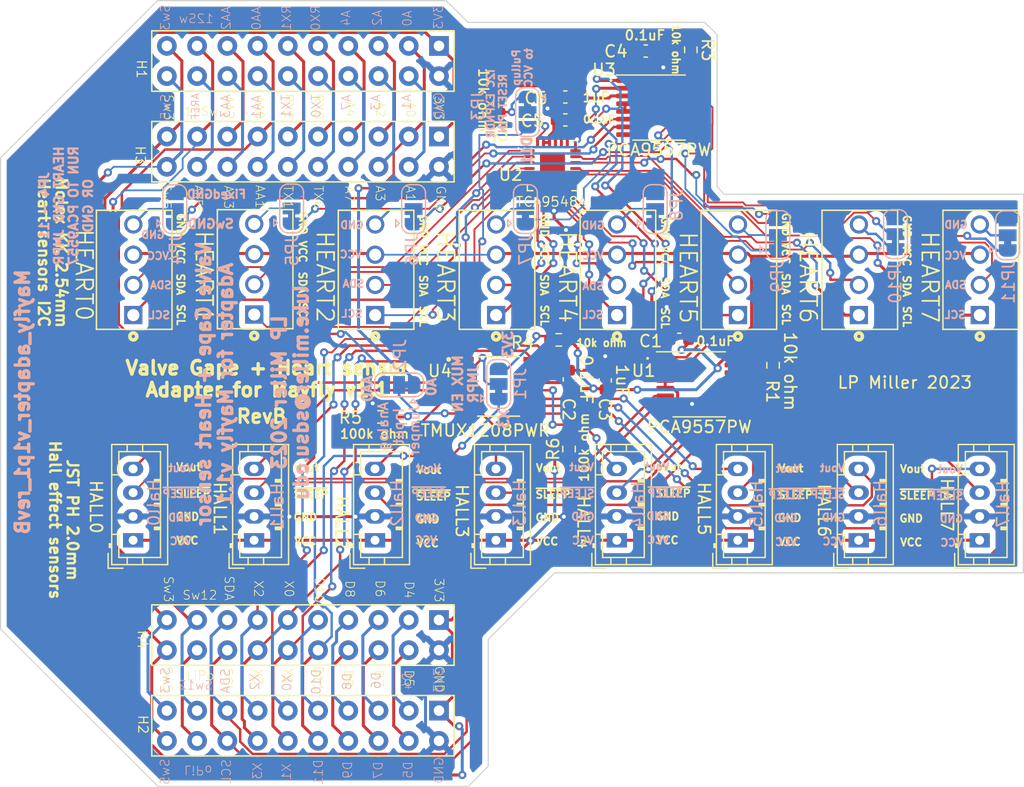
<source format=kicad_pcb>
(kicad_pcb (version 20211014) (generator pcbnew)
  (title_block (title "Mayfly gape/heart adapter") (date "2022-10-04") (rev "A") (comment 1 "Designed for Mayfly board v1.1"))
  (layers (0 "F.Cu" signal) (31 "B.Cu" signal) (34 "B.Paste" user) (35 "F.Paste" user) (36 "B.SilkS" user "B.Silkscreen") (37 "F.SilkS" user "F.Silkscreen") (38 "B.Mask" user) (39 "F.Mask" user) (44 "Edge.Cuts" user))
  (net 0 "")
  (net 1 "3.3V")
  (net 2 "/A0")
  (net 3 "/A2")
  (net 4 "/A4")
  (net 5 "/RXD0")
  (net 6 "/RXD1")
  (net 7 "/AIN0")
  (net 8 "/AIN2")
  (net 9 "/12V_SW")
  (net 10 "/3.3V_SW")
  (net 11 "/5V_SW")
  (net 12 "/AREF")
  (net 13 "/AIN3")
  (net 14 "/AIN1")
  (net 15 "/TXD1")
  (net 16 "/TXD0")
  (net 17 "/A7")
  (net 18 "/A3")
  (net 19 "/A1")
  (net 20 "GND")
  (net 21 "/D4")
  (net 22 "/D6")
  (net 23 "/D8")
  (net 24 "/D10")
  (net 25 "/X1")
  (net 26 "/X3")
  (net 27 "/SDA")
  (net 28 "/V_BATT")
  (net 29 "/SCL")
  (net 30 "/X2")
  (net 31 "/D11")
  (net 32 "/D9")
  (net 33 "/D7")
  (net 34 "/D5")
  (net 35 "/HALL0_~{SLEEP}")
  (net 36 "/HALL0_OUT")
  (net 37 "/HALL1_~{SLEEP}")
  (net 38 "/HALL1_OUT")
  (net 39 "/HALL2_~{SLEEP}")
  (net 40 "/HALL2_OUT")
  (net 41 "/HALL3_~{SLEEP}")
  (net 42 "/HALL3_OUT")
  (net 43 "/HALL4_~{SLEEP}")
  (net 44 "/HALL4_OUT")
  (net 45 "/HALL5_~{SLEEP}")
  (net 46 "/HALL5_OUT")
  (net 47 "/HALL6_~{SLEEP}")
  (net 48 "/HALL6_OUT")
  (net 49 "/HALL7_~{SLEEP}")
  (net 50 "/HALL7_OUT")
  (net 51 "/SDA0")
  (net 52 "/SCL0")
  (net 53 "/SDA1")
  (net 54 "/SCL1")
  (net 55 "/SDA2")
  (net 56 "/SCL2")
  (net 57 "/SDA3")
  (net 58 "/SCL3")
  (net 59 "Net-(HEART3-Pad4)")
  (net 60 "/SDA4")
  (net 61 "/SCL4")
  (net 62 "Net-(HEART4-Pad4)")
  (net 63 "/SCL6")
  (net 64 "/SCL5")
  (net 65 "Net-(HEART5-Pad4)")
  (net 66 "/SDA6")
  (net 67 "Net-(HEART6-Pad4)")
  (net 68 "/SDA7")
  (net 69 "/SCL7")
  (net 70 "Net-(HEART7-Pad4)")
  (net 71 "/HRT_GND0")
  (net 72 "/HRT_GND1")
  (net 73 "/HRT_GND2")
  (net 74 "/HRT_GND3")
  (net 75 "/HRT_GND4")
  (net 76 "/HRT_GND5")
  (net 77 "/HRT_GND6")
  (net 78 "/HRT_GND7")
  (net 79 "Net-(R1-Pad2)")
  (net 80 "Net-(R3-Pad2)")
  (net 81 "/SDA5")
  (net 84 "/X0")
  (net 85 "/AOUT")
  (net 86 "Net-(JP1-Pad2)")
  (net 87 "Net-(HEART0-Pad4)")
  (net 88 "Net-(HEART1-Pad4)")
  (net 89 "Net-(HEART2-Pad4)")
  (net 90 "Net-(JP3-Pad2)")
  (net 91 "Net-(JP3-Pad1)")
  (net 92 "Net-(JP1-Pad3)")
  (footprint "MOLEX_KK_22-11-2042:MOLEX_22-11-2042" (layer "F.Cu") (at 175.26 101.092 90)
    (fp_text reference "HEART6")
    (fp_text value "1x4_MOLEX_KK" hide)
  )
  (footprint "MOLEX_KK_22-11-2042:MOLEX_22-11-2042" (layer "F.Cu") (at 154.94 101.092 90)
    (fp_text reference "HEART4")
    (fp_text value "1x4_MOLEX_KK" hide)
  )
  (footprint "Resistor_SMD:R_0603_1608Metric" (layer "F.Cu") (at 135.075 113.4604 180)
    (fp_text reference "R5")
    (fp_text value "100k ohm")
  )
  (footprint "MOLEX_KK_22-11-2042:MOLEX_22-11-2042" (layer "F.Cu") (at 165.1 101.092 90)
    (fp_text reference "HEART5")
    (fp_text value "1x4_MOLEX_KK" hide)
  )
  (footprint "Mayfly_v1p0_revA3_public:H2X10-2.54" (layer "F.Cu") (at 128.5494 91.1606 -90)
    (fp_text reference "H3")
    (fp_text value "2X10P-2.54" hide)
  )
  (footprint "MOLEX_KK_22-11-2042:MOLEX_22-11-2042" (layer "F.Cu") (at 124.46 101.0412 90)
    (fp_text reference "HEART1")
    (fp_text value "1x4_MOLEX_KK" hide)
  )
  (footprint "Resistor_SMD:R_0603_1608Metric" (layer "F.Cu") (at 161.1376 82.6008 -90)
    (fp_text reference "R3")
    (fp_text value "10k ohm")
  )
  (footprint "Capacitor_SMD:C_0603_1608Metric" (layer "F.Cu") (at 150.5966 88.4936 180)
    (fp_text reference "C5")
    (fp_text value "0.1uF")
  )
  (footprint "Resistor_SMD:R_0603_1608Metric" (layer "F.Cu") (at 145.0848 87.0458 -90)
    (fp_text reference "R2")
    (fp_text value "10k ohm")
  )
  (footprint "Connectors_JST:JST_PH_B4B-PH-K_04x2.00mm_Straight" (layer "F.Cu") (at 185.4034 123.8278 90)
    (fp_text reference "HALL7")
    (fp_text value "1x4-2.0MM" hide)
  )
  (footprint "Capacitor_SMD:C_0603_1608Metric" (layer "F.Cu") (at 150.5966 86.5632 180)
    (fp_text reference "C6")
    (fp_text value "1uF")
  )
  (footprint "Capacitor_SMD:C_0603_1608Metric" (layer "F.Cu") (at 157.353 82.7024)
    (fp_text reference "C4")
    (fp_text value "0.1uF")
  )
  (footprint "Capacitor_SMD:C_0603_1608Metric" (layer "F.Cu") (at 153.9494 110.3884 90)
    (fp_text reference "C3")
    (fp_text value "1uF")
  )
  (footprint "Resistor_SMD:R_0603_1608Metric" (layer "F.Cu") (at 168.0464 109.1184 -90)
    (fp_text reference "R1")
    (fp_text value "10k ohm")
  )
  (footprint "Connectors_JST:JST_PH_B4B-PH-K_04x2.00mm_Straight" (layer "F.Cu") (at 144.7634 123.8278 90)
    (fp_text reference "HALL3")
    (fp_text value "1x4-2.0MM" hide)
  )
  (footprint "Connectors_JST:JST_PH_B4B-PH-K_04x2.00mm_Straight" (layer "F.Cu") (at 154.9234 123.8278 90)
    (fp_text reference "HALL4")
    (fp_text value "1x4-2.0MM" hide)
  )
  (footprint "Resistor_SMD:R_0603_1608Metric" (layer "F.Cu") (at 150.045 106.9848 180)
    (fp_text reference "R4")
    (fp_text value "10k ohm")
  )
  (footprint "Connectors_JST:JST_PH_B4B-PH-K_04x2.00mm_Straight" (layer "F.Cu") (at 124.4434 123.8278 90)
    (fp_text reference "HALL1")
    (fp_text value "1x4-2.0MM" hide)
  )
  (footprint "Resistor_SMD:R_0603_1608Metric" (layer "F.Cu") (at 150.905 116.1604 -90)
    (fp_text reference "R6")
    (fp_text value "100k ohm")
  )
  (footprint "TMUX1208PWR:SOP65P640X120-16N" (layer "F.Cu") (at 144.9846 110.8964)
    (fp_text reference "U4")
    (fp_text value "TMUX1208PWR")
  )
  (footprint "Mayfly_v1p0_revA3_public:H2X10-2.54" (layer "F.Cu") (at 128.5494 83.5406 -90)
    (fp_text reference "H1")
    (fp_text value "2X10P-2.54" hide)
  )
  (footprint "Connectors_JST:JST_PH_B4B-PH-K_04x2.00mm_Straight" (layer "F.Cu") (at 134.6034 123.8278 90)
    (fp_text reference "HALL2")
    (fp_text value "1x4-2.0MM" hide)
  )
  (footprint "Mayfly_v1p0_revA3_public:H2X10-2.54" (layer "F.Cu") (at 128.5494 139.4206 -90)
    (fp_text reference "H2")
    (fp_text value "2X10P-2.54" hide)
  )
  (footprint "MOLEX_KK_22-11-2042:MOLEX_22-11-2042" (layer "F.Cu") (at 144.78 101.092 90)
    (fp_text reference "HEART3")
    (fp_text value "1x4_MOLEX_KK" hide)
  )
  (footprint "Package_SO:TSSOP-16_4.4x5mm_P0.65mm" (layer "F.Cu") (at 161.8488 110.7186)
    (fp_text reference "U1")
    (fp_text value "PCA9557PW")
  )
  (footprint "Connectors_JST:JST_PH_B4B-PH-K_04x2.00mm_Straight" (layer "F.Cu") (at 175.2434 123.8278 90)
    (fp_text reference "HALL6")
    (fp_text value "1x4-2.0MM" hide)
  )
  (footprint "MOLEX_KK_22-11-2042:MOLEX_22-11-2042" (layer "F.Cu") (at 134.62 101.092 90)
    (fp_text reference "HEART2")
    (fp_text value "1x4_MOLEX_KK" hide)
  )
  (footprint "Mayfly_v1p0_revA3_public:H2X10-2.54" (layer "F.Cu") (at 128.5494 131.8006 -90)
    (fp_text reference "H4")
    (fp_text value "2X10P-2.54" hide)
  )
  (footprint "MOLEX_KK_22-11-2042:MOLEX_22-11-2042" (layer "F.Cu") (at 185.42 101.092 90)
    (fp_text reference "HEART7")
    (fp_text value "1x4_MOLEX_KK" hide)
  )
  (footprint "Capacitor_SMD:C_0603_1608Metric" (layer "F.Cu") (at 150.9268 110.3122 90)
    (fp_text reference "C2")
    (fp_text value "0.1uF")
  )
  (footprint "Package_DFN_QFN:Texas_RGE0024C_EP2.1x2.1mm" (layer "F.Cu") (at 149.5128 92.329)
    (fp_text reference "U2")
    (fp_text value "TCA9548AMRGER" hide)
  )
  (footprint "Connectors_JST:JST_PH_B4B-PH-K_04x2.00mm_Straight" (layer "F.Cu") (at 114.2834 123.8278 90)
    (fp_text reference "HALL0")
    (fp_text value "1x4-2.0MM" hide)
  )
  (footprint "Package_SO:TSSOP-16_4.4x5mm_P0.65mm" (layer "F.Cu") (at 158.4706 87.4522)
    (fp_text reference "U3")
    (fp_text value "PCA9557PW")
  )
  (footprint "Connectors_JST:JST_PH_B4B-PH-K_04x2.00mm_Straight" (layer "F.Cu") (at 165.0834 123.8278 90)
    (fp_text reference "HALL5")
    (fp_text value "1x4-2.0MM" hide)
  )
  (footprint "MOLEX_KK_22-11-2042:MOLEX_22-11-2042" (layer "F.Cu") (at 114.3 101.092 90)
    (fp_text reference "HEART0")
    (fp_text value "1x4_MOLEX_KK" hide)
  )
  (footprint "Capacitor_SMD:C_0603_1608Metric" (layer "F.Cu") (at 160.1724 106.934 180)
    (fp_text reference "C1")
    (fp_text value "0.1uF")
  )
  (footprint "Jumper:SolderJumper-3_P1.3mm_Bridged12_RoundedPad1.0x1.5mm" (layer "B.Cu") (at 137.8458 95.9866 90)
    (fp_text reference "JP6")
    (fp_text value "Jumper_3_Bridged12" hide)
  )
  (footprint "Jumper:SolderJumper-3_P1.3mm_Bridged12_RoundedPad1.0x1.5mm" (layer "B.Cu") (at 147.4216 87.8332 -90)
    (fp_text reference "JP3")
    (fp_text value "Jumper_3_Bridged12" hide)
  )
  (footprint "Jumper:SolderJumper-3_P1.3mm_Bridged12_RoundedPad1.0x1.5mm" (layer "B.Cu") (at 127.5997 95.9358 90)
    (fp_text reference "JP5")
    (fp_text value "Jumper_3_Bridged12" hide)
  )
  (footprint "Jumper:SolderJumper-3_P1.3mm_Bridged12_RoundedPad1.0x1.5mm" (layer "B.Cu") (at 158.1404 95.9866 90)
    (fp_text reference "JP8")
    (fp_text value "Jumper_3_Bridged12" hide)
  )
  (footprint "Jumper:SolderJumper-3_P1.3mm_Bridged12_RoundedPad1.0x1.5mm" (layer "B.Cu") (at 147.2438 95.9866 90)
    (fp_text reference "JP7")
    (fp_text value "Jumper_3_Bridged12" hide)
  )
  (footprint "Jumper:SolderJumper-3_P1.3mm_Bridged12_RoundedPad1.0x1.5mm" (layer "B.Cu") (at 117.7854 95.9866 90)
    (fp_text reference "JP4")
    (fp_text value "Jumper_3_Bridged12" hide)
  )
  (footprint "Jumper:SolderJumper-3_P1.3mm_Bridged12_RoundedPad1.0x1.5mm" (layer "B.Cu") (at 136.622 110.7694 180)
    (fp_text reference "JP2")
    (fp_text value "Jumper_3_Bridged12" hide)
  )
  (footprint "Jumper:SolderJumper-3_P1.3mm_Bridged12_RoundedPad1.0x1.5mm" (layer "B.Cu") (at 187.7568 98.1918 90)
    (fp_text reference "JP11")
    (fp_text value "Jumper_3_Bridged12" hide)
  )
  (footprint "Jumper:SolderJumper-3_P1.3mm_Bridged12_RoundedPad1.0x1.5mm" (layer "B.Cu") (at 168.4528 98.171 90)
    (fp_text reference "JP9")
    (fp_text value "Jumper_3_Bridged12" hide)
  )
  (footprint "Jumper:SolderJumper-3_P1.3mm_Bridged12_RoundedPad1.0x1.5mm" (layer "B.Cu") (at 178.3334 98.0948 90)
    (fp_text reference "JP10")
    (fp_text value "Jumper_3_Bridged12" hide)
  )
  (footprint "Jumper:SolderJumper-3_P1.3mm_Bridged12_RoundedPad1.0x1.5mm" (layer "B.Cu") (at 144.9931 110.6932 90)
    (fp_text reference "JP1")
    (fp_text value "Jumper_3_Bridged12" hide)
  )
  (gr_poly (pts (xy 142.4178 80.2894) (xy 162.306 80.2894) (xy 163.3474 81.3308) (xy 163.3474 94.0816) (xy 163.9316 94.742) (xy 189.103 94.742) (xy 189.0776 126.5682) (xy 149.7076 126.5682) (xy 144.1196 132.1562) (xy 144.1196 142.8242) (xy 142.4432 144.526) (xy 116.3828 144.526) (xy 103.1494 131.2926) (xy 103.1494 91.6686) (xy 116.332 78.4606) (xy 140.5636 78.4606)) (layer "Edge.Cuts") (width 0.1) (fill none))
  (gr_text "Valve Gape + Heart sensor\nAdapter for Mayfly v1.1" (at 121.1326 110.7186 90) (layer "B.SilkS") (effects (font (size 1.143 1.143) (thickness 0.28575)) (justify mirror)))
  (gr_text "Sw5" (at 117.3988 142.1384 90) (layer "B.SilkS") (effects (font (size 0.747776 0.747776) (thickness 0.065024)) (justify left bottom mirror)))
  (gr_text "SCL" (at 116.4844 104.902) (layer "B.SilkS") (effects (font (size 0.635 0.635)) (justify mirror)))
  (gr_text "VCC" (at 152.908 99.8982) (layer "B.SilkS") (effects (font (size 0.635 0.635)) (justify mirror)))
  (gr_text "A0" (at 139.319 110.9472 90) (layer "B.SilkS") (effects (font (size 0.8128 0.8128) (thickness 0.2032)) (justify mirror)))
  (gr_text "GND" (at 138.9126 121.9708) (layer "B.SilkS") (effects (font (size 0.635 0.635)) (justify mirror)))
  (gr_text "GND" (at 183.4134 97.3074) (layer "B.SilkS") (effects (font (size 0.635 0.635)) (justify mirror)))
  (gr_text "SCL" (at 132.6642 104.775) (layer "B.SilkS") (effects (font (size 0.635 0.635)) (justify mirror)))
  (gr_text "SDA" (at 132.7912 102.2604) (layer "B.SilkS") (effects (font (size 0.635 0.635)) (justify mirror)))
  (gr_text "3V3" (at 145.7706 107.3658 90) (layer "B.SilkS") (effects (font (size 0.8128 0.8128) (thickness 0.2032)) (justify mirror)))
  (gr_text "VCC" (at 183.3626 99.8982) (layer "B.SilkS") (effects (font (size 0.635 0.635)) (justify mirror)))
  (gr_text "~{SLEEP}" (at 169.1132 120.0404) (layer "B.SilkS") (effects (font (size 0.635 0.635)) (justify mirror)))
  (gr_text "Hall2" (at 136.465 120.7104 90) (layer "B.SilkS") (effects (font (size 1 1)) (justify mirror)))
  (gr_text "~{SLEEP}" (at 182.5498 120.0912) (layer "B.SilkS") (effects (font (size 0.635 0.635)) (justify mirror)))
  (gr_text "~{SLEEP}" (at 158.9532 119.888) (layer "B.SilkS") (effects (font (size 0.635 0.635)) (justify mirror)))
  (gr_text "D6" (at 135.128 134.8486 -270) (layer "B.SilkS") (effects (font (size 0.747776 0.747776) (thickness 0.065024)) (justify left bottom mirror)))
  (gr_text "Hall4" (at 156.718 120.8532 90) (layer "B.SilkS") (effects (font (size 1 1)) (justify mirror)))
  (gr_text "Sw5" (at 117.4242 86.2584 90) (layer "B.SilkS") (effects (font (size 0.747776 0.747776) (thickness 0.065024)) (justify left bottom mirror)))
  (gr_text "Vout" (at 139.065 117.7798) (layer "B.SilkS") (effects (font (size 0.635 0.635)) (justify mirror)))
  (gr_text "Mayfly_adapter_v1p1_revB" (at 104.995 112.2004 90) (layer "B.SilkS") (effects (font (size 1.143 1.143) (thickness 0.28575)) (justify mirror)))
  (gr_text "GND" (at 183.0324 122.0216) (layer "B.SilkS") (effects (font (size 0.635 0.635)) (justify mirror)))
  (gr_text "X2" (at 124.9426 134.9756 -270) (layer "B.SilkS") (effects (font (size 0.747776 0.747776) (thickness 0.065024)) (justify left bottom mirror)))
  (gr_text "~{SLEEP}" (at 151.5872 119.9134) (layer "B.SilkS") (effects (font (size 0.635 0.635)) (justify mirror)))
  (gr_text "AA1" (at 125.0696 86.36 90) (layer "B.SilkS") (effects (font (size 0.747776 0.747776) (thickness 0.065024)) (justify left bottom mirror)))
  (gr_text "12Sw" (at 121.0818 80.4164) (layer "B.SilkS") (effects (font (size 0.747776 0.747776) (thickness 0.065024)) (justify left bottom mirror)))
  (gr_text "Hall7" (at 187.3758 120.777 90) (layer "B.SilkS") (effects (font (size 1 1)) (justify mirror)))
  (gr_text "GND" (at 115.951 98.1456) (layer "B.SilkS") (effects (font (size 0.635 0.635)) (justify mirror)))
  (gr_text "VCC" (at 132.5626 99.7966) (layer "B.SilkS") (effects (font (size 0.635 0.635)) (justify mirror)))
  (gr_text "RX1" (at 127.6096 78.7908 90) (layer "B.SilkS") (effects (font (size 0.747776 0.747776) (thickness 0.065024)) (justify left bottom mirror)))
  (gr_text "D11" (at 130.2766 142.2146 90) (layer "B.SilkS") (effects (font (size 0.747776 0.747776) (thickness 0.065024)) (justify left bottom mirror)))
  (gr_text "A3" (at 135.1026 86.3092 90) (layer "B.SilkS") (effects (font (size 0.747776 0.747776) (thickness 0.065024)) (justify left bottom mirror)))
  (gr_text "GND" (at 169.1132 121.9708) (layer "B.SilkS") (effects (font (size 0.635 0.635)) (justify mirror)))
  (gr_text "GND" (at 118.2116 121.92) (layer "B.SilkS") (effects (font (size 0.635 0.635)) (justify mirror)))
  (gr_text "AA3" (at 122.4788 86.3092 90) (layer "B.SilkS") (effects (font (size 0.747776 0.747776) (thickness 0.065024)) (justify left bottom mirror)))
  (gr_text "Vout" (at 118.2878 117.7544) (layer "B.SilkS") (effects (font (size 0.635 0.635)) (justify mirror)))
  (gr_text "Vout" (at 151.9682 117.6782) (layer "B.SilkS") (effects (font (size 0.635 0.635)) (justify mirror)))
  (gr_text "X0" (at 127.635 135.0518 -270) (layer "B.SilkS") (effects (font (size 0.747776 0.747776) (thickness 0.065024)) (justify left bottom mirror)))
  (gr_text "RX0" (at 130.048 78.7908 90) (layer "B.SilkS") (effects (font (size 0.747776 0.747776) (thickness 0.065024)) (justify left bottom mirror)))
  (gr_text "Hall3" (at 146.765 120.6904 90) (layer "B.SilkS") (effects (font (size 1 1)) (justify mirror)))
  (gr_text "~{SLEEP}" (at 118.2116 119.9134) (layer "B.SilkS") (effects (font (size 0.635 0.635)) (justify mirror)))
  (gr_text "TX1" (at 127.5588 86.3092 90) (layer "B.SilkS") (effects (font (size 0.747776 0.747776) (thickness 0.065024)) (justify left bottom mirror)))
  (gr_text "A1" (at 137.6934 86.2838 90) (layer "B.SilkS") (effects (font (size 0.747776 0.747776) (thickness 0.065024)) (justify left bottom mirror)))
  (gr_text "SwGND" (at 120.8024 97.2312) (layer "B.SilkS") (effects (font (size 0.762 0.762) (thickness 0.1905)) (justify mirror)))
  (gr_text "A0" (at 137.7442 79.248 90) (layer "B.SilkS") (effects (font (size 0.747776 0.747776) (thickness 0.065024)) (justify left bottom mirror)))
  (gr_text "SCL" (at 122.555 142.1892 90) (layer "B.SilkS") (effects (font (size 0.747776 0.747776) (thickness 0.065024)) (justify left bottom mirror)))
  (gr_text "SCL" (at 152.908 104.8766) (layer "B.SilkS") (effects (font (size 0.635 0.635)) (justify mirror)))
  (gr_text "X3" (at 125.1712 142.4686 90) (layer "B.SilkS") (effects (font (size 0.747776 0.747776) (thickness 0.065024)) (justify left bottom mirror)))
  (gr_text "~{SLEEP}" (at 139.1158 119.888) (layer "B.SilkS") (effects (font (size 0.635 0.635)) (justify mirror)))
  (gr_text "Vout" (at 173.0248 117.7544) (layer "B.SilkS") (effects (font (size 0.635 0.635)) (justify mirror)))
  (gr_text "Analog \nInput \nJumper\n" (at 136.6012 114.554 90) (layer "B.SilkS") (effects (font (size 0.8128 0.8128)) (justify mirror)))
  (gr_text "SDA" (at 122.4788 134.5692 -270) (layer "B.SilkS") (effects (font (size 0.747776 0.747776) (thickness 0.065024)) (justify left bottom mirror)))
  (gr_text "Vout" (at 158.2928 117.6274) (layer "B.SilkS") (effects (font (size 0.635 0.635)) (justify mirror)))
  (gr_text "Sw12" (at 121.031 136.4488) (layer "B.SilkS") (effects (font (size 0.747776 0.747776) (thickness 0.065024)) (justify left bottom mirror)))
  (gr_text "VCC" (at 118.2878 123.9012) (layer "B.SilkS") (effects (font (size 0.635 0.635)) (justify mirror)))
  (gr_text "VCC" (at 158.3944 123.7996) (layer "B.SilkS") (effects (font (size 0.635 0.635)) (justify mirror)))
  (gr_text "AA2" (at 122.5296 78.8924 90) (layer "B.SilkS") (effects (font (size 0.747776 0.747776) (thickness 0.065024)) (justify left bottom mirror)))
  (gr_text "Sw3" (at 117.4242 134.4676 -270) (layer "B.SilkS") (effects (font (size 0.747776 0.747776) (thickness 0.065024)) (justify left bottom mirror)))
  (gr_text "D11" (at 147.3708 91.0844 90) (layer "B.SilkS") (effects (font (size 0.8128 0.8128) (thickness 0.2032)) (justify mirror)))
  (gr_text "D5" (at 137.8204 142.367 90) (layer "B.SilkS") (effects (font (size 0.747776 0.747776) (thickness 0.065024)) (justify left bottom mirror)))
  (gr_text "MUX EN\nJMPR" (at 142.2146 110.6678 90) (layer "B.SilkS") (effects (font (size 0.8128 0.8128) (thickness 0.2032)) (justify mirror)))
  (gr_text "GND" (at 132.6642 97.3328) (layer "B.SilkS") (effects (font (size 0.635 0.635)) (justify mirror)))
  (gr_text "I2C EXPNDR\nRESET PIN" (at 144.8308 87.122 90) (layer "B.SilkS") (effects (font (size 0.635 0.635) (thickness 0.15875)) (justify mirror)))
  (gr_text "A4" (at 132.588 79.2226 90) (layer "B.SilkS") (effects (font (size 0.747776 0.747776) (thickness 0.065024)) (justify left bottom mirror)))
  (gr_text "GND" (at 173.1264 121.92) (layer "B.SilkS") (effects (font (size 0.635 0.635)) (justify mirror)))
  (gr_text "VCC" (at 173.1264 123.9266) (layer "B.SilkS") (effects (font (size 0.635 0.635)) (justify mirror)))
  (gr_text "AREF" (at 119.888 86.1822 90) (layer "B.SilkS") (effects (font (size 0.635 0.635) (thickness 0.065024)) (justify left bottom mirror)))
  (gr_text "Vout" (at 182.9308 117.856) (layer "B.SilkS") (effects (font (size 0.635 0.635)) (justify mirror)))
  (gr_text "~{SLEEP}" (at 172.6438 119.9896) (layer "B.SilkS") (effects (font (size 0.635 0.635)) (justify mirror)))
  (gr_text "VCC" (at 116.3828 99.9236) (layer "B.SilkS") (effects (font (size 0.635 0.635)) (justify mirror)))
  (gr_text "VCC" (at 138.8872 123.825) (layer "B.SilkS") (effects (font (size 0.635 0.635)) (justify mirror)))
  (gr_text "X3" (at 145.4404 113.6396 90) (layer "B.SilkS") (effects (font (size 0.8128 0.8128) (thickness 0.2032)) (justify mirror)))
  (gr_text "SDA" (at 183.388 102.362) (layer "B.SilkS") (effects (font (size 0.635 0.635)) (justify mirror)))
  (gr_text "VCC" (at 183.0324 124.0282) (layer "B.SilkS") (effects (font (size 0.635 0.635)) (justify mirror)))
  (gr_text "JP4 - 11\nHEART GND JMPR\nRUN TO PCA9557\nOR GND" (at 108.6612 95.7072 90) (layer "B.SilkS") (effects (font (size 0.762 0.762) (thickness 0.1905)) (justify mirror)))
  (gr_text "D10" (at 130.0988 134.5946 -270) (layer "B.SilkS") (effects (font (size 0.747776 0.747776) (thickness 0.065024)) (justify left bottom mirror)))
  (gr_text "FixedGND" (at 121.285 94.742) (layer "B.SilkS") (effects (font (size 0.7112 0.7112) (thickness 0.1778)) (justify mirror)))
  (gr_text "D7" (at 135.3058 142.3924 90) (layer "B.SilkS") (effects (font (size 0.747776 0.747776) (thickness 0.065024)) (justify left bottom mirror)))
  (gr_text "VCC" (at 169.1386 123.9774) (layer "B.SilkS") (effects (font (size 0.635 0.635)) (justify mirror)))
  (gr_text "Hall1" (at 126.405 120.9704 90) (layer "B.SilkS") (effects (font (size 1 1)) (justify mirror)))
  (gr_text "D8" (at 132.6896 134.9248 -270) (layer "B.SilkS") (effects (font (size 0.747776 0.747776) (thickness 0.065024)) (justify left bottom mirror)))
  (gr_text "3V3" (at 140.3604 78.7654 90) (layer "B.SilkS") (effects (font (size 0.747776 0.747776) (thickness 0.065024)) (justify left bottom mirror)))
  (gr_text "LiPo" (at 118.5164 142.7226 180) (layer "B.SilkS") (effects (font (size 0.747776 0.747776) (thickness 0.065024)) (justify left bottom mirror)))
  (gr_text "D9" (at 132.7404 142.367 90) (layer "B.SilkS") (effects (font (size 0.747776 0.747776) (thickness 0.065024)) (justify left bottom mirror)))
  (gr_text "X1" (at 127.6096 142.5448 90) (layer "B.SilkS") (effects (font (size 0.747776 0.747776) (thickness 0.065024)) (justify left bottom mirror)))
  (gr_text "A2" (at 135.2296 79.1972 90) (layer "B.SilkS") (effects (font (size 0.747776 0.747776) (thickness 0.065024)) (justify left bottom mirror)))
  (gr_text "GND" (at 140.4112 141.986 90) (layer "B.SilkS") (effects (font (size 0.747776 0.747776) (thickness 0.065024)) (justify left bottom mirror)))
  (gr_text "AA0" (at 125.0696 78.9178 90) (layer "B.SilkS") (effects (font (size 0.747776 0.747776) (thickness 0.065024)) (justify left bottom mirror)))
  (gr_text "GND" (at 158.3944 121.793) (layer "B.SilkS") (effects (font (size 0.635 0.635)) (justify mirror)))
  (gr_text "SCL" (at 183.3372 104.8766) (layer "B.SilkS") (effects (font (size 0.635 0.635)) (justify mirror)))
  (gr_text "Sw3" (at 117.4242 78.7146 90) (layer "B.SilkS") (effects (font (size 0.747776 0.747776) (thickness 0.065024)) (justify left bottom mirror)))
  (gr_text "VCC" (at 152.0698 123.8504) (layer "B.SilkS") (effects (font (size 0.635 0.635)) (justify mirror)))
  (gr_text "TX0" (at 130.0988 86.2838 90) (layer "B.SilkS") (effects (font (size 0.747776 0.747776) (thickness 0.065024)) (justify left bottom mirror)))
  (gr_text "Vout" (at 169.3164 117.8052) (layer "B.SilkS") (effects (font (size 0.635 0.635)) (justify mirror)))
  (gr_text "SDA" (at 152.9334 102.4636) (layer "B.SilkS") (effects (font (size 0.635 0.635)) (justify mirror)))
  (gr_text "GND" (at 152.9334 97.3582) (layer "B.SilkS") (effects (font (size 0.635 0.635)) (justify mirror)))
  (gr_text "Pullup\nto VCC" (at 146.9898 84.0994 90) (layer "B.SilkS") (effects (font (size 0.635 0.635) (thickness 0.15875)) (justify mirror)))
  (gr_text "3V3" (at 140.3604 134.5184 -270) (layer "B.SilkS") (effects (font (size 0.747776 0.747776) (thickness 0.065024)) (justify left bottom mirror)))
  (gr_text "A7" (at 132.6388 86.3092 90) (layer "B.SilkS") (effects (font (size 0.747776 0.747776) (thickness 0.065024)) (justify left bottom mirror)))
  (gr_text "D4" (at 137.7442 134.8994 90) (layer "B.SilkS") (effects (font (size 0.747776 0.747776) (thickness 0.065024)) (justify left bottom mirror)))
  (gr_text "LP Miller 2023\nluke.miller@sdsu.edu" (at 127.4826 111.4044 90) (layer "B.SilkS") (effects (font (size 1.143 1.143) (thickness 0.28575)) (justify mirror)))
  (gr_text "GND" (at 140.3604 86.106 90) (layer "B.SilkS") (effects (font (size 0.747776 0.747776) (thickness 0.065024)) (justify left bottom mirror)))
  (gr_text "Hall6" (at 177.055 120.7404 90) (layer "B.SilkS") (effects (font (size 1 1)) (justify mirror)))
  (gr_text "Hall0" (at 116.035 120.6604 90) (layer "B.SilkS") (effects (font (size 1 1)) (justify mirror)))
  (gr_text "AA0" (at 133.9596 111.0996 90) (layer "B.SilkS") (effects (font (size 0.8128 0.8128) (thickness 0.2032)) (justify mirror)))
  (gr_text "SDA" (at 116.6114 102.3874) (layer "B.SilkS") (effects (font (size 0.635 0.635)) (justify mirror)))
  (gr_text "Hall5" (at 166.6494 120.777 90) (layer "B.SilkS") (effects (font (size 1 1)) (justify mirror)))
  (gr_text "GND" (at 152.0698 121.8438) (layer "B.SilkS") (effects (font (size 0.635 0.635)) (justify mirror)))
  (gr_text "GND" (at 118.8466 121.8438) (layer "F.SilkS") (effects (font (size 0.635 0.635))))
  (gr_text "Vout" (at 118.9482 117.6782) (layer "F.SilkS") (effects (font (size 0.635 0.635))))
  (gr_text "." (at 154.432 84.7598) (layer "F.SilkS") (effects (font (size 1 1))))
  (gr_text "D6" (at 134.5946 127.127 270) (layer "F.SilkS") (effects (font (size 0.747776 0.747776) (thickness 0.065024)) (justify left bottom)))
  (gr_text "." (at 146.6596 90.5002) (layer "F.SilkS") (effects (font (size 1 1))))
  (gr_text "SDA" (at 121.92 126.7714 270) (layer "F.SilkS") (effects (font (size 0.747776 0.747776) (thickness 0.065024)) (justify left bottom)))
  (gr_text "A1" (at 137.16 93.9546 270) (layer "F.SilkS") (effects (font (size 0.747776 0.747776) (thickness 0.065024)) (justify left bottom)))
  (gr_text "SDA" (at 179.2732 102.4636 270) (layer "F.SilkS") (effects (font (size 0.635 0.635))))
  (gr_text "." (at 157.5054 108.1278) (layer "F.SilkS") (effects (font (size 1 1))))
  (gr_text "~{SLEEP}" (at 139.5222 120.142) (layer "F.SilkS") (effects (font (size 0.635 0.635))))
  (gr_text "3V3" (at 139.5476 86.4108 270) (layer "F.SilkS") (effects (font (size 0.747776 0.747776) (thickness 0.065024)) (justify left bottom)))
  (gr_text "Sw3" (at 116.84 86.3092 270) (layer "F.SilkS") (effects (font (size 0.747776 0.747776) (thickness 0.065024)) (justify left bottom)))
  (gr_text "SCL" (at 138.684 105.0036 270) (layer "F.SilkS") (effects (font (size 0.635 0.635))))
  (gr_text "X3" (at 124.333 134.5692 270) (layer "F.SilkS") (effects (font (size 0.747776 0.747776) (thickness 0.065024)) (justify left bottom)))
  (gr_text "LP Miller 2023" (at 179.1208 110.5662) (layer "F.SilkS") (effects (font (size 1 1))))
  (gr_text "3V3" (at 139.5476 126.9492 270) (layer "F.SilkS") (effects (font (size 0.747776 0.747776) (thickness 0.065024)) (justify left bottom)))
  (gr_text "A2" (at 134.62 86.8934 270) (layer "F.SilkS") (effects (font (size 0.747776 0.747776) (thickness 0.065024)) (justify left bottom)))
  (gr_text "VCC" (at 139.0396 124.079) (layer "F.SilkS") (effects (font (size 0.635 0.635))))
  (gr_text "GND" (at 138.684 97.4344 270) (layer "F.SilkS") (effects (font (size 0.635 0.635))))
  (gr_text "VCC" (at 138.6586 99.8474 270) (layer "F.SilkS") (effects (font (size 0.635 0.635))))
  (gr_text "VCC" (at 128.524 99.568 270) (layer "F.SilkS") (effects (font (size 0.635 0.635))))
  (gr_text "VCC" (at 149.0726 123.9266) (layer "F.SilkS") (effects (font (size 0.635 0.635))))
  (gr_text "SCL" (at 118.2878 104.8766 270) (layer "F.SilkS") (effects (font (size 0.635 0.635))))
  (gr_text "SCL" (at 121.793 134.493 270) (layer "F.SilkS") (effects (font (size 0.747776 0.747776) (thickness 0.065024)) (justify left bottom)))
  (gr_text "GND" (at 118.2878 97.3074 270) (layer "F.SilkS") (effects (font (size 0.635 0.635))))
  (gr_text "~{SLEEP}" (at 149.5552 119.9896) (layer "F.SilkS") (effects (font (size 0.635 0.635))))
  (gr_text "D7" (at 134.493 134.6708 270) (layer "F.SilkS") (effects (font (size 0.747776 0.747776) (thickness 0.065024)) (justify left bottom)))
  (gr_text "TCA9548A" (at 149.4028 95.377) (layer "F.SilkS") (effects (font (size 0.8128 0.8128) (thickness 0.1016))))
  (gr_text "AREF" (at 119.4054 93.9292 270) (layer "F.SilkS") (effects (font (size 0.635 0.635) (thickness 0.065024)) (justify left bottom)))
  (gr_text "D10" (at 129.4892 126.8984 270) (layer "F.SilkS") (effects (font (size 0.747776 0.747776) (thickness 0.065024)) (justify left bottom)))
  (gr_text "A4" (at 132.1054 86.868 270) (layer "F.SilkS") (effects (font (size 0.747776 0.747776) (thickness 0.065024)) (justify left bottom)))
  (gr_text "GND" (at 159.1818 121.8184) (layer "F.SilkS") (effects (font (size 0.635 0.635))))
  (gr_text "RX0" (at 129.4384 86.2584 270) (layer "F.SilkS") (effects (font (size 0.747776 0.747776) (thickness 0.065024)) (justify left bottom)))
  (gr_text "~{SLEEP}" (at 159.6644 119.888) (layer "F.SilkS") (effects (font (size 0.635 0.635))))
  (gr_text "GND" (at 128.5494 97.155 270) (layer "F.SilkS") (effects (font (size 0.635 0.635))))
  (gr_text "VCC" (at 169.1132 99.695 270) (layer "F.SilkS") (effects (font (size 0.635 0.635))))
  (gr_text "D4" (at 137.033 127.2286 270) (layer "F.SilkS") (effects (font (size 0.747776 0.747776) (thickness 0.065024)) (justify left bottom)))
  (gr_text "GND" (at 179.2986 97.4598 270) (layer "F.SilkS") (effects (font (size 0.635 0.635))))
  (gr_text "Vout" (at 128.8542 117.729) (layer "F.SilkS") (effects (font (size 0.635 0.635))))
  (gr_text "GND" (at 158.9786 97.5868 270) (layer "F.SilkS") (effects (font (size 0.635 0.635))))
  (gr_text "D5" (at 137.033 134.6708 270) (layer "F.SilkS") (effects (font (size 0.747776 0.747776) (thickness 0.065024)) (justify left bottom)))
  (gr_text "SDA" (at 169.1132 102.2858 270) (layer "F.SilkS") (effects (font (size 0.635 0.635))))
  (gr_text "GND" (at 139.573 134.3406 270) (layer "F.SilkS") (effects (font (size 0.747776 0.747776) (thickness 0.065024)) (justify left bottom)))
  (gr_text "VCC" (at 159.1818 123.825) (layer "F.SilkS") (effects (font (size 0.635 0.635))))
  (gr_text "GND" (at 169.4434 121.9454) (layer "F.SilkS") (effects (font (size 0.635 0.635))))
  (gr_text "VCC" (at 118.2624 99.7204 270) (layer "F.SilkS") (effects (font (size 0.635 0.635))))
  (gr_text "Sw12" (at 118.3894 128.8796) (layer "F.SilkS") (effects (font (size 0.747776 0.747776) (thickness 0.065024)) (justify left bottom)))
  (gr_text "Molex KK 2.54mm\nHeart sensors I2C" (at 107.5182 99.6442 270) (layer "F.SilkS") (effects (font (size 0.9144 0.9144) (thickness 0.2032))))
  (gr_text "TX1" (at 126.873 93.9292 270) (layer "F.SilkS") (effects (font (size 0.747776 0.747776) (thickness 0.065024)) (justify left bottom)))
  (gr_text "AA2" (at 121.92 86.4108 270) (layer "F.SilkS") (effects (font (size 0.747776 0.747776) (thickness 0.065024)) (justify left bottom)))
  (gr_text "VCC" (at 169.4434 123.952) (layer "F.SilkS") (effects (font (size 0.635 0.635))))
  (gr_text "Sw5" (at 116.6368 93.7768 270) (layer "F.SilkS") (effects (font (size 0.747776 0.747776) (thickness 0.065024)) (justify left bottom)))
  (gr_text "~{SLEEP}" (at 119.3292 119.9134) (layer "F.SilkS") (effects (font (size 0.635 0.635))))
  (gr_text "GND" (at 169.1386 97.282 270) (layer "F.SilkS") (effects (font (size 0.635 0.635))))
  (gr_text "Vout" (at 149.1742 117.7544) (layer "F.SilkS") (effects (font (size 0.635 0.635))))
  (gr_text "Valve Gape + Heart sensor\nAdapter for Mayfly v1.1" (at 125.5522 110.2614) (layer "F.SilkS") (effects (font (size 1.143 1.143) (thickness 0.28575))))
  (gr_text "Vout" (at 139.1412 117.9068) (layer "F.SilkS") (effects (font (size 0.635 0.635))))
  (gr_text "Vout" (at 179.7558 117.8306) (layer "F.SilkS") (effects (font (size 0.635 0.635))))
  (gr_text "Sw3" (at 116.8146 126.7968 270) (layer "F.SilkS") (effects (font (size 0.747776 0.747776) (thickness 0.065024)) (justify left bottom)))
  (gr_text "AA0" (at 124.46 86.4108 270) (layer "F.SilkS") (effects (font (size 0.747776 0.747776) (thickness 0.065024)) (justify left bottom)))
  (gr_text "SDA" (at 148.8186 102.362 270) (layer "F.SilkS") (effects (font (size 0.635 0.635))))
  (gr_text "GND" (at 148.844 97.3582 270) (layer "F.SilkS") (effects (font (size 0.635 0.635))))
  (gr_text "TX0" (at 129.413 93.9546 270) (layer "F.SilkS") (effects (font (size 0.747776 0.747776) (thickness 0.065024)) (justify left bottom)))
  (gr_text "X1" (at 126.873 134.5438 270) (layer "F.SilkS") (effects (font (size 0.747776 0.747776) (thickness 0.065024)) (justify left bottom)))
  (gr_text "AA3" (at 121.8692 93.9546 270) (layer "F.SilkS") (effects (font (size 0.747776 0.747776) (thickness 0.065024)) (justify left bottom)))
  (gr_text "GND" (at 128.7526 121.8946) (layer "F.SilkS") (effects (font (size 0.635 0.635))))
  (gr_text "VCC" (at 128.7526 123.9012) (layer "F.SilkS") (effects (font (size 0.635 0.635))))
  (gr_text "VCC" (at 179.2732 99.8728 270) (layer "F.SilkS") (effects (font (size 0.635 0.635))))
  (gr_text "A3" (at 134.5946 93.9546 270) (layer "F.SilkS") (effects (font (size 0.747776 0.747776) (thickness 0.065024)) (justify left bottom)))
  (gr_text "SCL" (at 169.1386 104.8512 270) (layer "F.SilkS") (effects (font (size 0.635 0.635))))
  (gr_text "Sw5" (at 116.713 134.3406 270) (layer "F.SilkS") (effects (font (size 0.747776 0.747776) (thickness 0.065024)) (justify left bottom)))
  (gr_text "SCL" (at 158.9786 105.156 270) (layer "F.SilkS") (effects (font (size 0.635 0.635))))
  (gr_text "JST PH 2.0mm\nHall effect sensors" (at 108.458 122.1232 270) (layer "F.SilkS") (effects (font (size 0.9144 0.9144) (thickness 0.2032))))
  (gr_text "SDA" (at 118.2624 102.3112 270) (layer "F.SilkS") (effects (font (size 0.635 0.635))))
  (gr_text "D9" (at 131.953 134.6708 270) (layer "F.SilkS") (effects (font (size 0.747776 0.747776) (thickness 0.065024)) (justify left bottom)))
  (gr_text "~{SLEEP}" (at 129.2352 119.9642) (layer "F.SilkS") (effects (font (size 0.635 0.635))))
  (gr_text "SCL" (at 179.2986 105.029 270) (layer "F.SilkS") (effects (font (size 0.635 0.635))))
  (gr_text "VCC" (at 118.8466 123.8504) (layer "F.SilkS") (effects (font (size 0.635 0.635))))
  (gr_text "GND" (at 149.0726 121.92) (layer "F.SilkS") (effects (font (size 0.635 0.635))))
  (gr_text "X0" (at 126.9492 127.1524 270) (layer "F.SilkS") (effects (font (size 0.747776 0.747776) (thickness 0.065024)) (justify left bottom)))
  (gr_text "SCL" (at 148.844 104.9274 270) (layer "F.SilkS") (effects (font (size 0.635 0.635))))
  (gr_text "VCC" (at 148.8186 99.7712 270) (layer "F.SilkS") (effects (font (size 0.635 0.635))))
  (gr_text "Vout" (at 159.2834 117.6528) (layer "F.SilkS") (effects (font (size 0.635 0.635))))
  (gr_text "GND" (at 139.0396 122.0724) (layer "F.SilkS") (effects (font (size 0.635 0.635))))
  (gr_text "A0" (at 137.16 86.9188 270) (layer "F.SilkS") (effects (font (size 0.747776 0.747776) (thickness 0.065024)) (justify left bottom)))
  (gr_text "~{SLEEP}" (at 169.926 120.015) (layer "F.SilkS") (effects (font (size 0.635 0.635))))
  (gr_text "LiPo" (at 118.6942 135.636) (layer "F.SilkS") (effects (font (size 0.747776 0.747776) (thickness 0.065024)) (justify left bottom)))
  (gr_text "Vout" (at 169.545 117.7798) (layer "F.SilkS") (effects (font (size 0.635 0.635))))
  (gr_text "A7" (at 132.0292 94.0054 270) (layer "F.SilkS") (effects (font (size 0.747776 0.747776) (thickness 0.065024)) (justify left bottom)))
  (gr_text "X2" (at 124.3838 127.1524 270) (layer "F.SilkS") (effects (font (size 0.747776 0.747776) (thickness 0.065024)) (justify left bottom)))
  (gr_text "GND" (at 179.6542 121.9962) (layer "F.SilkS") (effects (font (size 0.635 0.635))))
  (gr_text "SCL" (at 128.5494 104.7242 270) (layer "F.SilkS") (effects (font (size 0.635 0.635))))
  (gr_text "SDA" (at 128.524 102.1588 270) (layer "F.SilkS") (effects (font (size 0.635 0.635))))
  (gr_text "SDA" (at 138.6586 102.4382 270) (layer "F.SilkS") (effects (font (size 0.635 0.635))))
  (gr_text "VCC" (at 179.6542 124.0028) (layer "F.SilkS") (effects (font (size 0.635 0.635))))
  (gr_text "12Sw" (at 118.5164 88.2142) (layer "F.SilkS") (effects (font (size 0.747776 0.747776) (thickness 0.065024)) (justify left bottom)))
  (gr_text "RX1" (at 126.9238 86.233 270) (layer "F.SilkS") (effects (font (size 0.747776 0.747776) (thickness 0.065024)) (justify left bottom)))
  (gr_text "AA1" (at 124.5108 93.9038 270) (layer "F.SilkS") (effects (font (size 0.747776 0.747776) (thickness 0.065024)) (justify left bottom)))
  (gr_text "RevB" (at 125.0696 113.411) (layer "F.SilkS") (effects (font (size 1.143 1.143) (thickness 0.254))))
  (gr_text "VCC" (at 158.9532 99.9998 270) (layer "F.SilkS") (effects (font (size 0.635 0.635))))
  (gr_text "D11" (at 129.413 134.3406 270) (layer "F.SilkS") (effects (font (size 0.747776 0.747776) (thickness 0.065024)) (justify left bottom)))
  (gr_text "D8" (at 132.0546 127.1524 270) (layer "F.SilkS") (effects (font (size 0.747776 0.747776) (thickness 0.065024)) (justify left bottom)))
  (gr_text "GND" (at 139.7 93.98 270) (layer "F.SilkS") (effects (font (size 0.747776 0.747776) (thickness 0.065024)) (justify left bottom)))
  (gr_text "SDA" (at 158.9532 102.5906 270) (layer "F.SilkS") (effects (font (size 0.635 0.635))))
  (gr_text "~{SLEEP}" (at 180.1368 120.0658) (layer "F.SilkS") (effects (font (size 0.635 0.635))))
  (segment (start 141.675 139.4604) (end 141.2892 139.4604) (width 0.254) (layer "F.Cu") (net 1))
  (segment (start 161.9174 83.853) (end 161.9174 81.8312) (width 0.254) (layer "F.Cu") (net 1))
  (segment (start 114.3 99.719491) (end 124.46 99.719491) (width 0.254) (layer "F.Cu") (net 1))
  (segment (start 138.8491 81.1403) (end 116.2177 81.1403) (width 0.254) (layer "F.Cu") (net 1))
  (segment (start 110.6424 135.8392) (end 118.364 143.5608) (width 0.254) (layer "F.Cu") (net 1))
  (segment (start 149.7076 116.5328) (end 150.905 115.3354) (width 0.254) (layer "F.Cu") (net 1))
  (segment (start 145.6822 85.6234) (end 150.4318 85.6234) (width 0.254) (layer "F.Cu") (net 1))
  (segment (start 154.268487 86.6521) (end 151.4605 86.6521) (width 0.254) (layer "F.Cu") (net 1))
  (segment (start 151.3716 88.4936) (end 151.3716 86.5632) (width 0.254) (layer "F.Cu") (net 1))
  (segment (start 116.2177 81.1403) (end 110.6424 86.7156) (width 0.254) (layer "F.Cu") (net 1))
  (segment (start 161.9174 81.8312) (end 161.862 81.7758) (width 0.254) (layer "F.Cu") (net 1))
  (segment (start 167.8894 108.4504) (end 164.7181 108.4504) (width 0.254) (layer "F.Cu") (net 1))
  (segment (start 149.7076 117.983) (end 149.7076 116.967) (width 0.254) (layer "F.Cu") (net 1))
  (segment (start 152.3238 111.0742) (end 152.3108 111.0872) (width 0.254) (layer "F.Cu") (net 1))
  (segment (start 164.051326 108.4436) (end 164.7113 108.4436) (width 0.254) (layer "F.Cu") (net 1))
  (segment (start 147.665 123.8804) (end 141.0148 130.5306) (width 0.254) (layer "F.Cu") (net 1))
  (segment (start 147.8546 110.5714) (end 150.411 110.5714) (width 0.254) (layer "F.Cu") (net 1))
  (segment (start 147.665 123.8604) (end 147.665 123.8804) (width 0.254) (layer "F.Cu") (net 1))
  (segment (start 157.5046 81.7758) (end 156.578 82.7024) (width 0.254) (layer "F.Cu") (net 1))
  (segment (start 139.9794 82.2706) (end 138.8491 81.1403) (width 0.254) (layer "F.Cu") (net 1))
  (segment (start 165.924091 99.719491) (end 166.185 99.9804) (width 0.254) (layer "F.Cu") (net 1))
  (segment (start 144.7634 123.8278) (end 154.9234 123.8278) (width 0.254) (layer "F.Cu") (net 1))
  (segment (start 141.1097 137.0203) (end 141.1097 131.6609) (width 0.254) (layer "F.Cu") (net 1))
  (segment (start 144.78 99.719491) (end 154.94 99.719491) (width 0.254) (layer "F.Cu") (net 1))
  (segment (start 160.9474 106.934) (end 160.9474 107.24297) (width 0.254) (layer "F.Cu") (net 1))
  (segment (start 155.6081 86.4772) (end 154.443387 86.4772) (width 0.254) (layer "F.Cu") (net 1))
  (segment (start 154.94 99.719491) (end 165.1 99.719491) (width 0.254) (layer "F.Cu") (net 1))
  (segment (start 145.0848 86.2208) (end 143.6492 86.2208) (width 0.254) (layer "F.Cu") (net 1))
  (segment (start 165.1 99.719491) (end 165.924091 99.719491) (width 0.254) (layer "F.Cu") (net 1))
  (segment (start 150.9268 111.0872) (end 152.3108 111.0872) (width 0.254) (layer "F.Cu") (net 1))
  (segment (start 141.0148 130.5306) (end 139.9794 130.5306) (width 0.254) (layer "F.Cu") (net 1))
  (segment (start 114.2834 123.8278) (end 124.4434 123.8278) (width 0.254) (layer "F.Cu") (net 1))
  (segment (start 185.4034 123.8278) (end 175.2434 123.8278) (width 0.254) (layer "F.Cu") (net 1))
  (segment (start 164.7181 108.4504) (end 164.7113 108.4436) (width 0.254) (layer "F.Cu") (net 1))
  (segment (start 152.3108 111.0872) (end 153.8732 111.0872) (width 0.254) (layer "F.Cu") (net 1))
  (segment (start 152.9588 111.0742) (end 152.3238 111.0742) (width 0.254) (layer "F.Cu") (net 1))
  (segment (start 166.243909 100.039309) (end 166.243909 105.897691) (width 0.254) (layer "F.Cu") (net 1))
  (segment (start 151.4605 86.6521) (end 151.3716 86.5632) (width 0.254) (layer "F.Cu") (net 1))
  (segment (start 166.185 99.9804) (end 166.243909 100.039309) (width 0.254) (layer "F.Cu") (net 1))
  (segment (start 153.9494 111.1634) (end 156.6294 111.1634) (width 0.254) (layer "F.Cu") (net 1))
  (segment (start 141.245 83.5362) (end 141.245 88.625) (width 0.254) (layer "F.Cu") (net 1))
  (segment (start 110.6424 86.7156) (end 110.6424 135.8392) (width 0.254) (layer "F.Cu") (net 1))
  (segment (start 156.6672 82.7916) (end 156.578 82.7024) (width 0.254) (layer "F.Cu") (net 1))
  (segment (start 124.46 99.719491) (end 134.62 99.719491) (width 0.254) (layer "F.Cu") (net 1))
  (segment (start 156.6294 111.1634) (end 156.6418 111.1758) (width 0.254) (layer "F.Cu") (net 1))
  (segment (start 168.0464 108.2934) (end 167.8894 108.4504) (width 0.254) (layer "F.Cu") (net 1))
  (segment (start 160.9474 107.24297) (end 160.371485 107.818885) (width 0.254) (layer "F.Cu") (net 1))
  (segment (start 149.7076 116.967) (end 146.5072 113.7666) (width 0.254) (layer "F.Cu") (net 1))
  (segment (start 166.215 99.9504) (end 175.029091 99.9504) (width 0.254) (layer "F.Cu") (net 1))
  (segment (start 141.245 88.625) (end 141.1097 88.7603) (width 0.254) (layer "F.Cu") (net 1))
  (segment (start 175.26 99.719491) (end 185.42 99.719491) (width 0.254) (layer "F.Cu") (net 1))
  (segment (start 163.393003 109.367203) (end 163.393003 109.101923) (width 0.254) (layer "F.Cu") (net 1))
  (segment (start 134.6034 123.8278) (end 144.7634 123.8278) (width 0.254) (layer "F.Cu") (net 1))
  (segment (start 139.9794 82.2706) (end 141.245 83.5362) (width 0.254) (layer "F.Cu") (net 1))
  (segment (start 165.0834 123.8278) (end 175.2434 123.8278) (width 0.254) (layer "F.Cu") (net 1))
  (segment (start 124.4434 123.8278) (end 134.6034 123.8278) (width 0.254) (layer "F.Cu") (net 1))
  (segment (start 146.5072 113.7666) (end 146.5072 111.125) (width 0.254) (layer "F.Cu") (net 1))
  (segment (start 151.638 107.6716) (end 150.9512 106.9848) (width 0.254) (layer "F.Cu") (net 1))
  (segment (start 141.2892 139.4604) (end 139.9794 138.1506) (width 0.254) (layer "F.Cu") (net 1))
  (segment (start 165.4812 106.6604) (end 161.221 106.6604) (width 0.254) (layer "F.Cu") (net 1))
  (segment (start 150.4318 85.6234) (end 151.3716 86.5632) (width 0.254) (layer "F.Cu") (net 1))
  (segment (start 149.7076 116.967) (end 149.7076 116.5328) (width 0.254) (layer "F.Cu") (net 1))
  (segment (start 139.9794 138.1506) (end 141.1097 137.0203) (width 0.254) (layer "F.Cu") (net 1))
  (segment (start 166.243909 105.897691) (end 165.4812 106.6604) (width 0.254) (layer "F.Cu") (net 1))
  (segment (start 151.203759 88.4936) (end 151.3716 88.4936) (width 0.254) (layer "F.Cu") (net 1))
  (segment (start 147.0608 110.5714) (end 147.8546 110.5714) (width 0.254) (layer "F.Cu") (net 1))
  (segment (start 156.268074 86.4772) (end 156.6672 86.078074) (width 0.254) (layer "F.Cu") (net 1))
  (segment (start 150.411 110.5714) (end 150.9268 111.0872) (width 0.254) (layer "F.Cu") (net 1))
  (segment (start 146.5072 111.125) (end 147.0608 110.5714) (width 0.254) (layer "F.Cu") (net 1))
  (segment (start 149.7628 90.3915) (end 149.7628 89.934559) (width 0.254) (layer "F.Cu") (net 1))
  (segment (start 163.393003 109.101923) (end 164.051326 108.4436) (width 0.254) (layer "F.Cu") (net 1))
  (segment (start 147.665 123.8604) (end 147.6324 123.8278) (width 0.254) (layer "F.Cu") (net 1))
  (segment (start 141.1097 88.7603) (end 139.9794 89.8906) (width 0.254) (layer "F.Cu") (net 1))
  (segment (start 147.6324 123.8278) (end 144.7634 123.8278) (width 0.254) (layer "F.Cu") (net 1))
  (segment (start 154.443387 86.4772) (end 154.268487 86.6521) (width 0.254) (layer "F.Cu") (net 1))
  (segment (start 153.8732 111.0872) (end 153.9494 111.1634) (width 0.254) (layer "F.Cu") (net 1))
  (segment (start 118.364 143.5608) (end 141.9352 143.5608) (width 0.254) (layer "F.Cu") (net 1))
  (segment (start 154.9234 123.8278) (end 165.0834 123.8278) (width 0.254) (layer "F.Cu") (net 1))
  (segment (start 161.3331 85.1772) (end 161.3331 84.4373) (width 0.254) (layer "F.Cu") (net 1))
  (segment (start 161.3331 84.4373) (end 161.9174 83.853) (width 0.254) (layer "F.Cu") (net 1))
  (segment (start 175.029091 99.9504) (end 175.26 99.719491) (width 0.254) (layer "F.Cu") (net 1))
  (segment (start 149.7628 89.934559) (end 151.203759 88.4936) (width 0.254) (layer "F.Cu") (net 1))
  (segment (start 161.862 81.7758) (end 161.1376 81.7758) (width 0.254) (layer "F.Cu") (net 1))
  (segment (start 141.1097 131.6609) (end 139.9794 130.5306) (width 0.254) (layer "F.Cu") (net 1))
  (segment (start 145.0848 86.2208) (end 145.6822 85.6234) (width 0.254) (layer "F.Cu") (net 1))
  (segment (start 155.6081 86.4772) (end 156.268074 86.4772) (width 0.254) (layer "F.Cu") (net 1))
  (segment (start 143.6492 86.2208) (end 141.1097 88.7603) (width 0.254) (layer "F.Cu") (net 1))
  (segment (start 151.638 108.1024) (end 151.638 107.6716) (width 0.254) (layer "F.Cu") (net 1))
  (segment (start 161.1376 81.7758) (end 157.5046 81.7758) (width 0.254) (layer "F.Cu") (net 1))
  (segment (start 166.185 99.9804) (end 166.215 99.9504) (width 0.254) (layer "F.Cu") (net 1))
  (segment (start 156.6672 86.078074) (end 156.6672 82.7916) (width 0.254) (layer "F.Cu") (net 1))
  (segment (start 161.221 106.6604) (end 160.9474 106.934) (width 0.254) (layer "F.Cu") (net 1))
  (via (at 152.9588 111.0742) (size 0.6858) (drill 0.3302) (layers "F.Cu" "B.Cu") (net 1))
  (via (at 160.371485 107.818885) (size 0.6858) (drill 0.3302) (layers "F.Cu" "B.Cu") (net 1))
  (via (at 163.393003 109.367203) (size 0.6858) (drill 0.3302) (layers "F.Cu" "B.Cu") (net 1))
  (via (at 151.638 108.1024) (size 0.6858) (drill 0.3302) (layers "F.Cu" "B.Cu") (net 1))
  (via (at 141.675 139.4604) (size 0.6858) (drill 0.3302) (layers "F.Cu" "B.Cu") (net 1))
  (via (at 147.665 123.8604) (size 0.6858) (drill 0.3302) (layers "F.Cu" "B.Cu") (net 1))
  (via (at 141.9352 143.5608) (size 0.6858) (drill 0.3302) (layers "F.Cu" "B.Cu") (net 1))
  (via (at 156.6418 111.1758) (size 0.6858) (drill 0.3302) (layers "F.Cu" "B.Cu") (net 1))
  (via (at 149.7076 117.983) (size 0.6858) (drill 0.3302) (layers "F.Cu" "B.Cu") (net 1))
  (segment (start 160.371485 107.818885) (end 161.844685 107.818885) (width 0.254) (layer "B.Cu") (net 1))
  (segment (start 149.7076 121.8178) (end 149.7076 117.983) (width 0.254) (layer "B.Cu") (net 1))
  (segment (start 141.675 139.4604) (end 141.9352 139.7206) (width 0.254) (layer "B.Cu") (net 1))
  (segment (start 151.638 109.7534) (end 152.9588 111.0742) (width 0.254) (layer "B.Cu") (net 1))
  (segment (start 141.9352 139.7206) (end 141.9352 143.5608) (width 0.254) (layer "B.Cu") (net 1))
  (segment (start 161.584406 111.1758) (end 163.393003 109.367203) (width 0.254) (layer "B.Cu") (net 1))
  (segment (start 134.62 99.822) (end 144.78 99.822) (width 0.1524) (layer "B.Cu") (net 1))
  (segment (start 151.638 108.1024) (end 151.638 109.7534) (width 0.254) (layer "B.Cu") (net 1))
  (segment (start 161.844685 107.818885) (end 163.393003 109.367203) (width 0.254) (layer "B.Cu") (net 1))
  (segment (start 147.665 123.8604) (end 149.7076 121.8178) (width 0.254) (layer "B.Cu") (net 1))
  (segment (start 156.6418 111.1758) (end 161.584406 111.1758) (width 0.254) (layer "B.Cu") (net 1))
  (segment (start 135.0114 94.234) (end 133.223 94.234) (width 0.2032) (layer "F.Cu") (net 2))
  (segment (start 136.175 91.155) (end 136.175 93.0704) (width 0.2032) (layer "F.Cu") (net 2))
  (segment (start 138.745 88.585) (end 137.4394 89.8906) (width 0.254) (layer "F.Cu") (net 2))
  (segment (start 138.745 83.5762) (end 138.745 88.585) (width 0.254) (layer "F.Cu") (net 2))
  (segment (start 137.4394 89.8906) (end 136.175 91.155) (width 0.2032) (layer "F.Cu") (net 2))
  (segment (start 137.4394 82.2706) (end 138.745 83.5762) (width 0.254) (layer "F.Cu") (net 2))
  (segment (start 136.175 93.0704) (end 135.0114 94.234) (width 0.2032) (layer "F.Cu") (net 2))
  (via (at 133.223 94.234) (size 0.6858) (drill 0.3302) (layers "F.Cu" "B.Cu") (net 2))
  (segment (start 137.1054 109.5456) (end 136.622 109.5456) (width 0.254) (layer "B.Cu") (net 2))
  (segment (start 133.223 94.234) (end 133.223 106.1466) (width 0.254) (layer "B.Cu") (net 2))
  (segment (start 133.223 106.1466) (end 136.622 109.5456) (width 0.254) (layer "B.Cu") (net 2))
  (segment (start 137.922 110.3622) (end 137.922 110.7694) (width 0.254) (layer "B.Cu") (net 2))
  (segment (start 137.1054 109.5456) (end 137.922 110.3622) (width 0.254) (layer "B.Cu") (net 2))
  (segment (start 136.235 83.6062) (end 136.235 88.555) (width 0.254) (layer "F.Cu") (net 3))
  (segment (start 134.8994 82.2706) (end 136.235 83.6062) (width 0.254) (layer "F.Cu") (net 3))
  (segment (start 136.235 88.555) (end 134.8994 89.8906) (width 0.254) (layer "F.Cu") (net 3))
  (segment (start 133.685 83.5962) (end 133.685 88.565) (width 0.254) (layer "F.Cu") (net 4))
  (segment (start 133.685 88.565) (end 132.3594 89.8906) (width 0.254) (layer "F.Cu") (net 4))
  (segment (start 132.3594 82.2706) (end 133.685 83.5962) (width 0.254) (layer "F.Cu") (net 4))
  (segment (start 131.115 88.595) (end 129.8194 89.8906) (width 0.254) (layer "F.Cu") (net 5))
  (segment (start 129.8194 82.2706) (end 131.115 83.5662) (width 0.254) (layer "F.Cu") (net 5))
  (segment (start 131.115 83.5662) (end 131.115 88.595) (width 0.254) (layer "F.Cu") (net 5))
  (segment (start 128.605 83.5962) (end 128.605 88.565) (width 0.254) (layer "F.Cu") (net 6))
  (segment (start 128.605 88.565) (end 127.2794 89.8906) (width 0.254) (layer "F.Cu") (net 6))
  (segment (start 127.2794 82.2706) (end 128.605 83.5962) (width 0.254) (layer "F.Cu") (net 6))
  (segment (start 113.335 94.6104) (end 116.9626 90.9828) (width 0.2032) (layer "F.Cu") (net 7))
  (segment (start 113.0808 105.67) (end 113.0808 96.1946) (width 0.2032) (layer "F.Cu") (net 7))
  (segment (start 124.7394 82.2706) (end 126.045 83.5762) (width 0.254) (layer "F.Cu") (net 7))
  (segment (start 123.6472 90.9828) (end 124.7394 89.8906) (width 0.2032) (layer "F.Cu") (net 7))
  (segment (start 113.8876 106.4768) (end 113.0808 105.67) (width 0.2032) (layer "F.Cu") (net 7))
  (segment (start 126.045 88.585) (end 124.7394 89.8906) (width 0.254) (layer "F.Cu") (net 7))
  (segment (start 131.7244 106.4768) (end 113.8876 106.4768) (width 0.2032) (layer "F.Cu") (net 7))
  (segment (start 116.9626 90.9828) (end 123.6472 90.9828) (width 0.2032) (layer "F.Cu") (net 7))
  (segment (start 126.045 83.5762) (end 126.045 88.585) (width 0.254) (layer "F.Cu") (net 7))
  (segment (start 113.335 95.9404) (end 113.335 94.6104) (width 0.2032) (layer "F.Cu") (net 7))
  (segment (start 113.0808 96.1946) (end 113.335 95.9404) (width 0.2032) (layer "F.Cu") (net 7))
  (via (at 131.7244 106.4768) (size 0.6858) (drill 0.3302) (layers "F.Cu" "B.Cu") (net 7))
  (segment (start 135.322 110.7694) (end 135.322 109.5174) (width 0.2032) (layer "B.Cu") (net 7))
  (segment (start 135.322 109.5174) (end 132.1544 106.3498) (width 0.2032) (layer "B.Cu") (net 7))
  (segment (start 132.1544 106.3498) (end 131.8514 106.3498) (width 0.2032) (layer "B.Cu") (net 7))
  (segment (start 131.8514 106.3498) (end 131.7244 106.4768) (width 0.2032) (layer "B.Cu") (net 7))
  (segment (start 123.515 83.5862) (end 123.515 88.575) (width 0.254) (layer "F.Cu") (net 8))
  (segment (start 123.515 88.575) (end 122.1994 89.8906) (width 0.254) (layer "F.Cu") (net 8))
  (segment (start 122.1994 82.2706) (end 123.515 83.5862) (width 0.254) (layer "F.Cu") (net 8))
  (segment (start 120.965 88.585) (end 119.6594 89.8906) (width 0.254) (layer "F.Cu") (net 9))
  (segment (start 112.5982 124.1006) (end 119.0282 130.5306) (width 0.254) (layer "F.Cu") (net 9))
  (segment (start 119.6594 82.2706) (end 120.965 83.5762) (width 0.254) (layer "F.Cu") (net 9))
  (segment (start 112.5982 95.377) (end 112.5982 124.1006) (width 0.254) (layer "F.Cu") (net 9))
  (segment (start 119.0282 130.5306) (end 119.6594 130.5306) (width 0.254) (layer "F.Cu") (net 9))
  (segment (start 120.965 83.5762) (end 120.965 88.585) (width 0.254) (layer "F.Cu") (net 9))
  (via (at 112.5982 95.377) (size 0.6858) (drill 0.3302) (layers "F.Cu" "B.Cu") (net 9))
  (segment (start 118.395 131.795) (end 119.6594 130.5306) (width 0.254) (layer "B.Cu") (net 9))
  (segment (start 119.6594 89.8906) (end 119.6594 90.508077) (width 0.1524) (layer "B.Cu") (net 9))
  (segment (start 118.445 91.722477) (end 118.445 92.595723) (width 0.1524) (layer "B.Cu") (net 9))
  (segment (start 113.5634 94.4118) (end 112.5982 95.377) (width 0.1524) (layer "B.Cu") (net 9))
  (segment (start 119.6594 90.508077) (end 118.445 91.722477) (width 0.1524) (layer "B.Cu") (net 9))
  (segment (start 118.395 136.8862) (end 118.395 131.795) (width 0.254) (layer "B.Cu") (net 9))
  (segment (start 116.628923 94.4118) (end 113.5634 94.4118) (width 0.1524) (layer "B.Cu") (net 9))
  (segment (start 119.6594 138.1506) (end 118.395 136.8862) (width 0.254) (layer "B.Cu") (net 9))
  (segment (start 118.445 92.595723) (end 116.628923 94.4118) (width 0.1524) (layer "B.Cu") (net 9))
  (segment (start 117.1194 89.8906) (end 111.9124 95.0976) (width 0.254) (layer "F.Cu") (net 10))
  (segment (start 111.9124 95.0976) (end 111.9124 125.3236) (width 0.254) (layer "F.Cu") (net 10))
  (segment (start 118.375 83.5262) (end 118.375 88.635) (width 0.254) (layer "F.Cu") (net 10))
  (segment (start 111.9124 125.3236) (end 117.1194 130.5306) (width 0.254) (layer "F.Cu") (net 10))
  (segment (start 118.375 88.635) (end 117.1194 89.8906) (width 0.254) (layer "F.Cu") (net 10))
  (segment (start 117.1194 82.2706) (end 118.375 83.5262) (width 0.254) (layer "F.Cu") (net 10))
  (segment (start 115.535 136.5662) (end 115.535 132.115) (width 0.254) (layer "B.Cu") (net 10))
  (segment (start 115.535 132.115) (end 117.1194 130.5306) (width 0.254) (layer "B.Cu") (net 10))
  (segment (start 117.1194 138.1506) (end 115.535 136.5662) (width 0.254) (layer "B.Cu") (net 10))
  (segment (start 115.845 134.345) (end 117.1194 133.0706) (width 0.254) (layer "F.Cu") (net 11))
  (segment (start 117.1194 140.6906) (end 115.845 139.4162) (width 0.254) (layer "F.Cu") (net 11))
  (segment (start 111.506 127.4572) (end 117.1194 133.0706) (width 0.254) (layer "F.Cu") (net 11))
  (segment (start 115.845 139.4162) (end 115.845 134.345) (width 0.254) (layer "F.Cu") (net 11))
  (segment (start 112.1664 92.9132) (end 111.506 93.5736) (width 0.254) (layer "F.Cu") (net 11))
  (segment (start 111.506 93.5736) (end 111.506 127.4572) (width 0.254) (layer "F.Cu") (net 11))
  (via (at 112.1664 92.9132) (size 0.6858) (drill 0.3302) (layers "F.Cu" "B.Cu") (net 11))
  (segment (start 118.375 91.175) (end 117.1194 92.4306) (width 0.254) (layer "B.Cu") (net 11))
  (segment (start 118.375 86.0662) (end 118.375 91.175) (width 0.254) (layer "B.Cu") (net 11))
  (segment (start 112.1664 92.9132) (end 112.649 92.4306) (width 0.1524) (layer "B.Cu") (net 11))
  (segment (start 117.1194 84.8106) (end 118.375 86.0662) (width 0.254) (layer "B.Cu") (net 11))
  (segment (start 112.649 92.4306) (end 117.1194 92.4306) (width 0.1524) (layer "B.Cu") (net 11))
  (segment (start 120.935 91.155) (end 119.6594 92.4306) (width 0.254) (layer "B.Cu") (net 12))
  (segment (start 120.935 86.0862) (end 120.935 91.155) (width 0.254) (layer "B.Cu") (net 12))
  (segment (start 119.6594 84.8106) (end 120.935 86.0862) (width 0.254) (layer "B.Cu") (net 12))
  (segment (start 122.1994 84.8106) (end 123.475 86.0862) (width 0.254) (layer "B.Cu") (net 13))
  (segment (start 123.475 91.155) (end 122.1994 92.4306) (width 0.254) (layer "B.Cu") (net 13))
  (segment (start 123.475 86.0862) (end 123.475 91.155) (width 0.254) (layer "B.Cu") (net 13))
  (segment (start 124.7394 84.8106) (end 126.045 86.1162) (width 0.254) (layer "B.Cu") (net 14))
  (segment (start 126.045 86.1162) (end 126.045 91.125) (width 0.254) (layer "B.Cu") (net 14))
  (segment (start 126.045 91.125) (end 124.7394 92.4306) (width 0.254) (layer "B.Cu") (net 14))
  (segment (start 127.2794 84.8106) (end 128.615 86.1462) (width 0.254) (layer "B.Cu") (net 15))
  (segment (start 128.615 91.095) (end 127.2794 92.4306) (width 0.254) (layer "B.Cu") (net 15))
  (segment (start 128.615 86.1462) (end 128.615 91.095) (width 0.254) (layer "B.Cu") (net 15))
  (segment (start 129.8194 84.8106) (end 131.115 86.1062) (width 0.254) (layer "B.Cu") (net 16))
  (segment (start 131.115 91.135) (end 129.8194 92.4306) (width 0.254) (layer "B.Cu") (net 16))
  (segment (start 131.115 86.1062) (end 131.115 91.135) (width 0.254) (layer "B.Cu") (net 16))
  (segment (start 132.3594 84.8106) (end 133.645 86.0962) (width 0.254) (layer "B.Cu") (net 17))
  (segment (start 133.645 86.0962) (end 133.645 91.145) (width 0.254) (layer "B.Cu") (net 17))
  (segment (start 133.645 91.145) (end 132.3594 92.4306) (width 0.254) (layer "B.Cu") (net 17))
  (segment (start 136.175 86.0862) (end 136.175 91.155) (width 0.254) (layer "B.Cu") (net 18))
  (segment (start 134.8994 84.8106) (end 136.175 86.0862) (width 0.254) (layer "B.Cu") (net 18))
  (segment (start 136.175 91.155) (end 134.8994 92.4306) (width 0.254) (layer "B.Cu") (net 18))
  (segment (start 137.4394 84.8106) (end 138.725 86.0962) (width 0.254) (layer "B.Cu") (net 19))
  (segment (start 138.725 86.0962) (end 138.725 91.145) (width 0.254) (layer "B.Cu") (net 19))
  (segment (start 138.725 91.145) (end 137.4394 92.4306) (width 0.254) (layer "B.Cu") (net 19))
  (segment (start 159.1056 104.2162) (end 159.3974 104.508) (width 0.254) (layer "F.Cu") (net 20))
  (segment (start 151.574606 90.1238) (end 151.4503 90.248106) (width 0.254) (layer "F.Cu") (net 20))
  (segment (start 155.6081 87.1272) (end 156.268074 87.1272) (width 0.254) (layer "F.Cu") (net 20))
  (segment (start 153.9494 109.6134) (end 158.8561 109.6134) (width 0.254) (layer "F.Cu") (net 20))
  (segment (start 155.6081 87.7772) (end 155.6081 87.1272) (width 0.254) (layer "F.Cu") (net 20))
  (segment (start 149.8216 88.4936) (end 149.8216 88.252) (width 0.254) (layer "F.Cu") (net 20))
  (segment (start 159.3974 104.508) (end 159.3974 106.934) (width 0.254) (layer "F.Cu") (net 20))
  (segment (start 127.415 121.8404) (end 127.4184 121.8438) (width 0.254) (layer "F.Cu") (net 20))
  (segment (start 134.415 113.2954) (end 134.25 113.4604) (width 0.254) (layer "F.Cu") (net 20))
  (segment (start 158.9863 109.7436) (end 158.9863 110.3936) (width 0.254) (layer "F.Cu") (net 20))
  (segment (start 147.8546 109.9214) (end 150.5426 109.9214) (width 0.254) (layer "F.Cu") (net 20))
  (segment (start 160.0286 111.425926) (end 159.646274 111.0436) (width 0.254) (layer "F.Cu") (net 20))
  (segment (start 150.9268 109.5372) (end 153.8732 109.5372) (width 0.254) (layer "F.Cu") (net 20))
  (segment (start 149.8216 88.4936) (end 149.8216 86.5632) (width 0.254) (layer "F.Cu") (net 20))
  (segment (start 158.9863 112.9936) (end 159.646274 112.9936) (width 0.254) (layer "F.Cu") (net 20))
  (segment (start 150.5426 109.9214) (end 150.9268 109.5372) (width 0.254) (layer "F.Cu") (net 20))
  (segment (start 158.9863 112.9936) (end 160.6152 112.9936) (width 0.254) (layer "F.Cu") (net 20))
  (segment (start 158.128 82.7024) (end 158.128 83.3758) (width 0.254) (layer "F.Cu") (net 20))
  (segment (start 149.8216 88.252) (end 149.098 87.5284) (width 0.254) (layer "F.Cu") (net 20))
  (segment (start 149.645 96.1268) (end 149.645 96.7368) (width 0.254) (layer "F.Cu") (net 20))
  (segment (start 160.0286 112.611274) (end 160.0286 111.425926) (width 0.254) (layer "F.Cu") (net 20))
  (segment (start 156.953874 89.7526) (end 157.3362 89.370274) (width 0.254) (layer "F.Cu") (net 20))
  (segment (start 158.9863 110.3936) (end 158.9863 111.0436) (width 0.254) (layer "F.Cu") (net 20))
  (segment (start 158.8561 109.6134) (end 158.9863 109.7436) (width 0.254) (layer "F.Cu") (net 20))
  (segment (start 158.128 83.3758) (end 158.8262 84.074) (width 0.254) (layer "F.Cu") (net 20))
  (segment (start 159.646274 112.9936) (end 160.0286 112.611274) (width 0.254) (layer "F.Cu") (net 20))
  (segment (start 149.645 96.1268) (end 149.2628 95.7446) (width 0.254) (layer "F.Cu") (net 20))
  (segment (start 151.4503 90.248106) (end 151.4503 91.079) (width 0.254) (layer "F.Cu") (net 20))
  (segment (start 149.645 96.7368) (end 150.6474 97.7392) (width 0.254) (layer "F.Cu") (net 20))
  (segment (start 134.415 112.3204) (end 134.415 113.2954) (width 0.254) (layer "F.Cu") (net 20))
  (segment (start 159.646274 111.0436) (end 158.9863 111.0436) (width 0.254) (layer "F.Cu") (net 20))
  (segment (start 156.2939 89.7526) (end 156.953874 89.7526) (width 0.254) (layer "F.Cu") (net 20))
  (segment (start 160.6152 112.9936) (end 161.2392 112.3696) (width 0.254) (layer "F.Cu") (net 20))
  (segment (start 127.4184 121.8438) (end 132.969 121.8438) (width 0.254) (layer "F.Cu") (net 20))
  (segment (start 149.6314 89.455301) (end 149.6314 88.6838) (width 0.254) (layer "F.Cu") (net 20))
  (segment (start 149.2628 89.823901) (end 149.6314 89.455301) (width 0.254) (layer "F.Cu") (net 20))
  (segment (start 149.2628 95.7446) (end 149.2628 94.2665) (width 0.254) (layer "F.Cu") (net 20))
  (segment (start 149.6314 88.6838) (end 149.8216 88.4936) (width 0.254) (layer "F.Cu") (net 20))
  (segment (start 158.128 85.267274) (end 158.128 82.7024) (width 0.254) (layer "F.Cu") (net 20))
  (segment (start 153.8732 109.5372) (end 153.9494 109.6134) (width 0.254) (layer "F.Cu") (net 20))
  (segment (start 148.7628 90.3915) (end 149.2628 90.3915) (width 0.254) (layer "F.Cu") (net 20))
  (segment (start 156.953874 87.8026) (end 156.2939 87.8026) (width 0.254) (layer "F.Cu") (net 20))
  (segment (start 148.6916 121.8438) (end 150.4696 121.8438) (width 0.254) (layer "F.Cu") (net 20))
  (segment (start 157.3362 89.370274) (end 157.3362 88.184926) (width 0.254) (layer "F.Cu") (net 20))
  (segment (start 156.268074 87.1272) (end 158.128 85.267274) (width 0.254) (layer "F.Cu") (net 20))
  (segment (start 157.3362 88.184926) (end 156.953874 87.8026) (width 0.254) (layer "F.Cu") (net 20))
  (segment (start 153.9494 109.6134) (end 153.9494 108.3564) (width 0.254) (layer "F.Cu") (net 20))
  (segment (start 149.2628 90.3915) (end 149.2628 89.823901) (width 0.254) (layer "F.Cu") (net 20))
  (via (at 127.415 121.8404) (size 0.6858) (drill 0.3302) (layers "F.Cu" "B.Cu") (net 20))
  (via (at 153.9494 108.3564) (size 0.6858) (drill 0.3302) (layers "F.Cu" "B.Cu") (net 20))
  (via (at 151.574606 90.1238) (size 0.6858) (drill 0.3302) (layers "F.Cu" "B.Cu") (net 20))
  (via (at 150.6474 97.7392) (size 0.6858) (drill 0.3302) (layers "F.Cu" "B.Cu") (net 20))
  (via (at 148.6916 121.8438) (size 0.6858) (drill 0.3302) (layers "F.Cu" "B.Cu") (net 20))
  (via (at 159.1056 104.2162) (size 0.6858) (drill 0.3302) (layers "F.Cu" "B.Cu") (net 20))
  (via (at 149.645 96.1268) (size 0.6858) (drill 0.3302) (layers "F.Cu" "B.Cu") (net 20))
  (via (at 149.098 87.5284) (size 0.6858) (drill 0.3302) (layers "F.Cu" "B.Cu") (net 20))
  (via (at 132.969 121.8438) (size 0.6858) (drill 0.3302) (layers "F.Cu" "B.Cu") (net 20))
  (via (at 161.2392 112.3696) (size 0.6858) (drill 0.3302) (layers "F.Cu" "B.Cu") (net 20))
  (via (at 134.415 112.3204) (size 0.6858) (drill 0.3302) (layers "F.Cu" "B.Cu") (net 20))
  (via (at 158.8262 84.074) (size 0.6858) (drill 0.3302) (layers "F.Cu" "B.Cu") (net 20))
  (via (at 150.4696 121.8438) (size 0.6858) (drill 0.3302) (layers "F.Cu" "B.Cu") (net 20))
  (segment (start 134.5874 121.8438) (end 134.6034 121.8278) (width 0.254) (layer "B.Cu") (net 20))
  (segment (start 175.2434 121.8278) (end 185.4034 121.8278) (width 0.254) (layer "B.Cu") (net 20))
  (segment (start 138.8491 134.2009) (end 139.9794 133.0706) (width 0.254) (layer "B.Cu") (net 20))
  (segment (start 127.4024 121.8278) (end 124.4434 121.8278) (width 0.254) (layer "B.Cu") (net 20))
  (segment (start 165.0834 121.8278) (end 175.2434 121.8278) (width 0.254) (layer "B.Cu") (net 20))
  (segment (start 139.9794 140.6906) (end 138.8491 139.5603) (width 0.254) (layer "B.Cu") (net 20))
  (segment (start 158.5676 121.8278) (end 162.175 118.2204) (width 0.254) (layer "B.Cu") (net 20))
  (segment (start 149.645 96.1268) (end 148.2048 94.6866) (width 0.254) (layer "B.Cu") (net 20))
  (segment (start 138.8491 139.5603) (end 138.8491 134.2009) (width 0.254) (layer "B.Cu") (net 20))
  (segment (start 148.6756 121.8278) (end 148.6916 121.8438) (width 0.254) (layer "B.Cu") (net 20))
  (segment (start 150.4856 121.8278) (end 154.9234 121.8278) (width 0.254) (layer "B.Cu") (net 20))
  (segment (start 154.9234 121.8278) (end 158.5676 121.8278) (width 0.254) (layer "B.Cu") (net 20))
  (segment (start 134.6034 121.8278) (end 144.7634 121.8278) (width 0.254) (layer "B.Cu") (net 20))
  (segment (start 132.969 121.8438) (end 134.5874 121.8438) (width 0.254) (layer "B.Cu") (net 20))
  (segment (start 162.175 113.3054) (end 161.2392 112.3696) (width 0.254) (layer "B.Cu") (net 20))
  (segment (start 153.9494 108.3564) (end 153.8224 108.3564) (width 0.254) (layer "B.Cu") (net 20))
  (segment (start 162.175 118.2204) (end 162.175 117.9904) (width 0.254) (layer "B.Cu") (net 20))
  (segment (start 114.2834 121.8278) (end 124.4434 121.8278) (width 0.254) (layer "B.Cu") (net 20))
  (segment (start 144.7634 121.8278) (end 148.6756 121.8278) (width 0.254) (layer "B.Cu") (net 20))
  (segment (start 165.0834 121.8278) (end 162.175 118.9194) (width 0.254) (layer "B.Cu") (net 20))
  (segment (start 148.2048 94.6866) (end 147.2438 94.6866) (width 0.254) (layer "B.Cu") (net 20))
  (segment (start 162.175 118.9194) (end 162.175 113.3054) (width 0.254) (layer "B.Cu") (net 20))
  (segment (start 127.415 121.8404) (end 127.4024 121.8278) (width 0.254) (layer "B.Cu") (net 20))
  (segment (start 150.4696 121.8438) (end 150.4856 121.8278) (width 0.254) (layer "B.Cu") (net 20))
  (segment (start 136.125 131.845) (end 137.4394 130.5306) (width 0.254) (layer "B.Cu") (net 21))
  (segment (start 136.125 136.8362) (end 136.125 131.845) (width 0.254) (layer "B.Cu") (net 21))
  (segment (start 137.4394 138.1506) (end 136.125 136.8362) (width 0.254) (layer "B.Cu") (net 21))
  (segment (start 133.585 136.8362) (end 133.585 131.845) (width 0.254) (layer "B.Cu") (net 22))
  (segment (start 134.8994 138.1506) (end 133.585 136.8362) (width 0.254) (layer "B.Cu") (net 22))
  (segment (start 133.585 131.845) (end 134.8994 130.5306) (width 0.254) (layer "B.Cu") (net 22))
  (segment (start 131.375 131.515) (end 132.3594 130.5306) (width 0.254) (layer "B.Cu") (net 23))
  (segment (start 132.3594 138.1506) (end 131.055 136.8462) (width 0.254) (layer "B.Cu") (net 23))
  (segment (start 131.055 132.6804) (end 131.375 132.3604) (width 0.254) (layer "B.Cu") (net 23))
  (segment (start 131.055 136.8462) (end 131.055 132.6804) (width 0.254) (layer "B.Cu") (net 23))
  (segment (start 131.375 132.3604) (end 131.375 131.515) (width 0.254) (layer "B.Cu") (net 23))
  (segment (start 129.8194 138.1506) (end 128.475 136.8062) (width 0.254) (layer "B.Cu") (net 24))
  (segment (start 128.475 136.8062) (end 128.475 131.875) (width 0.254) (layer "B.Cu") (net 24))
  (segment (start 128.475 131.875) (end 129.8194 130.5306) (width 0.254) (layer "B.Cu") (net 24))
  (segment (start 132.445 108.4304) (end 132.975 107.9004) (width 0.2032) (layer "F.Cu") (net 25))
  (segment (start 131.0132 127.7112) (end 128.535 130.1894) (width 0.2032) (layer "F.Cu") (net 25))
  (segment (start 147.1336 107.9004) (end 147.8546 108.6214) (width 0.2032) (layer "F.Cu") (net 25))
  (segment (start 127.2794 140.6906) (end 126.025 139.4362) (width 0.254) (layer "F.Cu") (net 25))
  (segment (start 132.0292 112.3962) (end 132.0292 117.1448) (width 0.2032) (layer "F.Cu") (net 25))
  (segment (start 132.975 107.9004) (end 147.1336 107.9004) (width 0.2032) (layer "F.Cu") (net 25))
  (segment (start 126.025 134.325) (end 127.2794 133.0706) (width 0.254) (layer "F.Cu") (net 25))
  (segment (start 132.045 112.3804) (end 132.0292 112.3962) (width 0.2032) (layer "F.Cu") (net 25))
  (segment (start 128.535 131.815) (end 127.2794 133.0706) (width 0.2032) (layer "F.Cu") (net 25))
  (segment (start 128.535 130.1894) (end 128.535 131.815) (width 0.2032) (layer "F.Cu") (net 25))
  (segment (start 132.0292 117.1448) (end 131.1656 118.0084) (width 0.2032) (layer "F.Cu") (net 25))
  (segment (start 126.025 139.4362) (end 126.025 134.325) (width 0.254) (layer "F.Cu") (net 25))
  (via (at 132.445 108.4304) (size 0.6858) (drill 0.3302) (layers "F.Cu" "B.Cu") (net 25))
  (via (at 131.0132 127.7112) (size 0.6858) (drill 0.3302) (layers "F.Cu" "B.Cu") (net 25))
  (via (at 131.1656 118.0084) (size 0.6858) (drill 0.3302) (layers "F.Cu" "B.Cu") (net 25))
  (via (at 132.045 112.3804) (size 0.6858) (drill 0.3302) (layers "F.Cu" "B.Cu") (net 25))
  (segment (start 132.045 108.8304) (end 132.045 112.3804) (width 0.2032) (layer "B.Cu") (net 25))
  (segment (start 132.445 108.4304) (end 132.045 108.8304) (width 0.2032) (layer "B.Cu") (net 25))
  (segment (start 130.9243 127.6223) (end 131.0132 127.7112) (width 0.2032) (layer "B.Cu") (net 25))
  (segment (start 130.9243 118.2497) (end 130.9243 127.6223) (width 0.2032) (layer "B.Cu") (net 25))
  (segment (start 131.1656 118.0084) (end 130.9243 118.2497) (width 0.2032) (layer "B.Cu") (net 25))
  (segment (start 123.63402 139.58522) (end 123.63402 139.047084) (width 0.254) (layer "F.Cu") (net 26))
  (segment (start 123.63402 139.047084) (end 123.445 138.858064) (width 0.254) (layer "F.Cu") (net 26))
  (segment (start 141.0462 116.7384) (end 137.0076 116.7384) (width 0.2032) (layer "F.Cu") (net 26))
  (segment (start 124.7394 133.0706) (end 125.975 131.835) (width 0.2032) (layer "F.Cu") (net 26))
  (segment (start 125.975 128.9902) (end 130.302 124.6632) (width 0.2032) (layer "F.Cu") (net 26))
  (segment (start 125.975 131.835) (end 125.975 128.9902) (width 0.2032) (layer "F.Cu") (net 26))
  (segment (start 123.445 138.858064) (end 123.445 134.365) (width 0.254) (layer "F.Cu") (net 26))
  (segment (start 123.445 134.365) (end 124.7394 133.0706) (width 0.254) (layer "F.Cu") (net 26))
  (segment (start 141.925 115.8804) (end 141.9042 115.8804) (width 0.2032) (layer "F.Cu") (net 26))
  (segment (start 141.9042 115.8804) (end 141.0462 116.7384) (width 0.2032) (layer "F.Cu") (net 26))
  (segment (start 124.7394 140.6906) (end 123.63402 139.58522) (width 0.254) (layer "F.Cu") (net 26))
  (via (at 137.0076 116.7384) (size 0.6858) (drill 0.3302) (layers "F.Cu" "B.Cu") (net 26))
  (via (at 130.302 124.6632) (size 0.6858) (drill 0.3302) (layers "F.Cu" "B.Cu") (net 26))
  (via (at 141.925 115.8804) (size 0.6858) (drill 0.3302) (layers "F.Cu" "B.Cu") (net 26))
  (segment (start 130.302 117.6034) (end 131.167 116.7384) (width 0.2032) (layer "B.Cu") (net 26))
  (segment (start 131.167 116.7384) (end 137.0076 116.7384) (width 0.2032) (layer "B.Cu") (net 26))
  (segment (start 141.925 115.8804) (end 144.9931 112.8123) (width 0.2032) (layer "B.Cu") (net 26))
  (segment (start 144.9931 112.8123) (end 144.9931 111.9932) (width 0.2032) (layer "B.Cu") (net 26))
  (segment (start 130.302 124.6632) (end 130.302 117.6034) (width 0.2032) (layer "B.Cu") (net 26))
  (segment (start 162.445 107.5004) (end 160.8518 109.0936) (width 0.2032) (layer "F.Cu") (net 27))
  (segment (start 153.108259 94.193659) (end 153.108259 94.078659) (width 0.2032) (layer "F.Cu") (net 27))
  (segment (start 124.317858 141.795011) (end 140.436863 141.795011) (width 0.2032) (layer "F.Cu") (net 27))
  (segment (start 181.0766 125.0188) (end 181.1182 125.0604) (width 0.2032) (layer "F.Cu") (net 27))
  (segment (start 140.436863 141.795011) (end 142.305 139.926874) (width 0.2032) (layer "F.Cu") (net 27))
  (segment (start 150.2628 90.042322) (end 150.2628 90.3915) (width 0.1524) (layer "F.Cu") (net 27))
  (segment (start 186.325 125.0604) (end 186.845 124.5404) (width 0.2032) (layer "F.Cu") (net 27))
  (segment (start 181.1182 125.0604) (end 186.325 125.0604) (width 0.2032) (layer "F.Cu") (net 27))
  (segment (start 151.082522 89.2226) (end 150.2628 90.042322) (width 0.1524) (layer "F.Cu") (net 27))
  (segment (start 142.305 130.6704) (end 147.9566 125.0188) (width 0.2032) (layer "F.Cu") (net 27))
  (segment (start 160.8518 109.0936) (end 158.9863 109.0936) (width 0.2032) (layer "F.Cu") (net 27))
  (segment (start 155.031437 95.876837) (end 154.791437 95.876837) (width 0.2032) (layer "F.Cu") (net 27))
  (segment (start 122.1994 138.6548) (end 123.278411 139.733811) (width 0.2032) (layer "F.Cu") (net 27))
  (segment (start 153.162 87.5792) (end 153.162 87.855608) (width 0.1524) (layer "F.Cu") (net 27))
  (segment (start 158.2182 109.0936) (end 157.1498 108.0252) (width 0.2032) (layer "F.Cu") (net 27))
  (segment (start 186.845 124.5404) (end 186.845 117.3604) (width 0.2032) (layer "F.Cu") (net 27))
  (segment (start 186.845 117.3604) (end 176.985 107.5004) (width 0.2032) (layer "F.Cu") (net 27))
  (segment (start 158.9863 109.0936) (end 158.2182 109.0936) (width 0.2032) (layer "F.Cu") (net 27))
  (segment (start 142.305 139.926874) (end 142.305 130.6704) (width 0.2032) (layer "F.Cu") (net 27))
  (segment (start 123.278411 140.755564) (end 124.317858 141.795011) (width 0.2032) (layer "F.Cu") (net 27))
  (segment (start 155.6081 85.8272) (end 153.2376 85.8272) (width 0.254) (layer "F.Cu") (net 27))
  (segment (start 153.162 87.855608) (end 151.795008 89.2226) (width 0.1524) (layer "F.Cu") (net 27))
  (segment (start 147.9566 125.0188) (end 181.0766 125.0188) (width 0.2032) (layer "F.Cu") (net 27))
  (segment (start 153.2376 85.8272) (end 153.1874 85.8774) (width 0.254) (layer "F.Cu") (net 27))
  (segment (start 157.1498 108.0252) (end 157.1498 102.2604) (width 0.2032) (layer "F.Cu") (net 27))
  (segment (start 122.1994 138.1506) (end 122.1994 138.6548) (width 0.2032) (layer "F.Cu") (net 27))
  (segment (start 123.278411 139.733811) (end 123.278411 140.755564) (width 0.2032) (layer "F.Cu") (net 27))
  (segment (start 158.045 98.8904) (end 155.031437 95.876837) (width 0.2032) (layer "F.Cu") (net 27))
  (segment (start 158.125 98.8904) (end 158.045 98.8904) (width 0.2032) (layer "F.Cu") (net 27))
  (segment (start 151.795008 89.2226) (end 151.082522 89.2226) (width 0.1524) (layer "F.Cu") (net 27))
  (segment (start 154.791437 95.876837) (end 153.108259 94.193659) (width 0.2032) (layer "F.Cu") (net 27))
  (segment (start 176.985 107.5004) (end 162.445 107.5004) (width 0.2032) (layer "F.Cu") (net 27))
  (via (at 153.1874 85.8774) (size 0.6858) (drill 0.3302) (layers "F.Cu" "B.Cu") (net 27))
  (via (at 153.108259 94.078659) (size 0.6858) (drill 0.3302) (layers "F.Cu" "B.Cu") (net 27))
  (via (at 158.125 98.8904) (size 0.6858) (drill 0.3302) (layers "F.Cu" "B.Cu") (net 27))
  (via (at 153.162 87.5792) (size 0.6858) (drill 0.3302) (layers "F.Cu" "B.Cu") (net 27))
  (via (at 157.1498 102.2604) (size 0.6858) (drill 0.3302) (layers "F.Cu" "B.Cu") (net 27))
  (segment (start 122.1994 138.1506) (end 120.835 136.7862) (width 0.254) (layer "B.Cu") (net 27))
  (segment (start 154.885 92.1904) (end 153.108259 93.967141) (width 0.2032) (layer "B.Cu") (net 27))
  (segment (start 153.108259 93.967141) (end 153.108259 94.078659) (width 0.2032) (layer "B.Cu") (net 27))
  (segment (start 153.162 85.9028) (end 153.162 87.5792) (width 0.1524) (layer "B.Cu") (net 27))
  (segment (start 120.835 131.895) (end 122.1994 130.5306) (width 0.254) (layer "B.Cu") (net 27))
  (segment (start 153.162 88.4074) (end 154.885 90.1304) (width 0.2032) (layer "B.Cu") (net 27))
  (segment (start 153.162 87.5792) (end 153.162 88.4074) (width 0.2032) (layer "B.Cu") (net 27))
  (segment (start 120.835 136.7862) (end 120.835 131.895) (width 0.254) (layer "B.Cu") (net 27))
  (segment (start 154.885 90.1304) (end 154.885 92.1904) (width 0.2032) (layer "B.Cu") (net 27))
  (segment (start 158.125 101.2852) (end 157.1498 102.2604) (width 0.2032) (layer "B.Cu") (net 27))
  (segment (start 158.125 98.8904) (end 158.125 101.2852) (width 0.2032) (layer "B.Cu") (net 27))
  (segment (start 153.1874 85.8774) (end 153.162 85.9028) (width 0.1524) (layer "B.Cu") (net 27))
  (segment (start 118.415 134.315) (end 119.6594 133.0706) (width 0.254) (layer "F.Cu") (net 28))
  (segment (start 119.6594 140.6906) (end 118.415 139.4462) (width 0.254) (layer "F.Cu") (net 28))
  (segment (start 118.415 139.4462) (end 118.415 134.315) (width 0.254) (layer "F.Cu") (net 28))
  (segment (start 153.239654 85.041328) (end 153.400926 85.2026) (width 0.254) (layer "F.Cu") (net 29))
  (segment (start 151.208774 89.5274) (end 150.7628 89.973374) (width 0.1524) (layer "F.Cu") (net 29))
  (segment (start 124.333 142.8242) (end 122.1994 140.6906) (width 0.2032) (layer "F.Cu") (net 29))
  (segment (start 152.052 89.5274) (end 151.208774 89.5274) (width 0.1524) (layer "F.Cu") (net 29))
  (segment (start 186.545 125.6604) (end 148.745 125.6604) (width 0.2032) (layer "F.Cu") (net 29))
  (segment (start 153.375526 85.1772) (end 153.239654 85.041328) (width 0.254) (layer "F.Cu") (net 29))
  (segment (start 155.6081 85.1772) (end 153.375526 85.1772) (width 0.254) (layer "F.Cu") (net 29))
  (segment (start 157.861 107.3183) (end 158.9863 108.4436) (width 0.254) (layer "F.Cu") (net 29))
  (segment (start 157.861 102.9064) (end 157.861 107.3183) (width 0.254) (layer "F.Cu") (net 29))
  (segment (start 159.025 98.9004) (end 154.13 94.0054) (width 0.2032) (layer "F.Cu") (net 29))
  (segment (start 120.885 134.385) (end 122.1994 133.0706) (width 0.254) (layer "F.Cu") (net 29))
  (segment (start 150.7628 89.973374) (end 150.7628 90.3915) (width 0.1524) (layer "F.Cu") (net 29))
  (segment (start 158.9863 108.4436) (end 160.7518 108.4436) (width 0.2032) (layer "F.Cu") (net 29))
  (segment (start 140.5712 142.8242) (end 124.333 142.8242) (width 0.2032) (layer "F.Cu") (net 29))
  (segment (start 187.275 116.917) (end 187.275 124.9304) (width 0.2032) (layer "F.Cu") (net 29))
  (segment (start 157.845 102.8904) (end 157.861 102.9064) (width 0.254) (layer "F.Cu") (net 29))
  (segment (start 143.315 140.0804) (end 140.5712 142.8242) (width 0.2032) (layer "F.Cu") (net 29))
  (segment (start 162.075 107.1204) (end 177.4784 107.1204) (width 0.2032) (layer "F.Cu") (net 29))
  (segment (start 148.745 125.6604) (end 143.315 131.0904) (width 0.2032) (layer "F.Cu") (net 29))
  (segment (start 177.4784 107.1204) (end 187.275 116.917) (width 0.2032) (layer "F.Cu") (net 29))
  (segment (start 122.1994 140.6906) (end 120.885 139.3762) (width 0.254) (layer "F.Cu") (net 29))
  (segment (start 120.885 139.3762) (end 120.885 134.385) (width 0.254) (layer "F.Cu") (net 29))
  (segment (start 187.275 124.9304) (end 186.545 125.6604) (width 0.2032) (layer "F.Cu") (net 29))
  (segment (start 143.315 131.0904) (end 143.315 140.0804) (width 0.2032) (layer "F.Cu") (net 29))
  (segment (start 160.7518 108.4436) (end 162.075 107.1204) (width 0.2032) (layer "F.Cu") (net 29))
  (segment (start 154.13 94.0054) (end 153.9494 94.0054) (width 0.2032) (layer "F.Cu") (net 29))
  (segment (start 154.0256 87.5538) (end 152.052 89.5274) (width 0.1524) (layer "F.Cu") (net 29))
  (via (at 153.9494 94.0054) (size 0.6858) (drill 0.3302) (layers "F.Cu" "B.Cu") (net 29))
  (via (at 157.845 102.8904) (size 0.6858) (drill 0.3302) (layers "F.Cu" "B.Cu") (net 29))
  (via (at 154.0256 87.5538) (size 0.6858) (drill 0.3302) (layers "F.Cu" "B.Cu") (net 29))
  (via (at 153.239654 85.041328) (size 0.6858) (drill 0.3302) (layers "F.Cu" "B.Cu") (net 29))
  (via (at 159.025 98.9004) (size 0.6858) (drill 0.3302) (layers "F.Cu" "B.Cu") (net 29))
  (segment (start 159.025 101.7104) (end 159.025 98.9004) (width 0.254) (layer "B.Cu") (net 29))
  (segment (start 153.239654 85.041328) (end 154.205528 85.041328) (width 0.2032) (layer "B.Cu") (net 29))
  (segment (start 155.2194 86.0552) (end 155.2194 87.3506) (width 0.2032) (layer "B.Cu") (net 29))
  (segment (start 154.0256 87.5538) (end 155.0162 87.5538) (width 0.2032) (layer "B.Cu") (net 29))
  (segment (start 153.9494 94.0054) (end 155.385 92.5698) (width 0.2032) (layer "B.Cu") (net 29))
  (segment (start 155.385 87.5162) (end 155.2194 87.3506) (width 0.2032) (layer "B.Cu") (net 29))
  (segment (start 155.385 92.5698) (end 155.385 87.5162) (width 0.2032) (layer "B.Cu") (net 29))
  (segment (start 157.845 102.8904) (end 159.025 101.7104) (width 0.254) (layer "B.Cu") (net 29))
  (segment (start 154.205528 85.041328) (end 155.2194 86.0552) (width 0.2032) (layer "B.Cu") (net 29))
  (segment (start 155.0162 87.5538) (end 155.2194 87.3506) (width 0.2032) (layer "B.Cu") (net 29))
  (segment (start 131.455 108.4504) (end 132.445 107.4604) (width 0.2032) (layer "F.Cu") (net 30))
  (segment (start 131.125 112.4204) (end 129.4892 114.0562) (width 0.2032) (layer "F.Cu") (net 30))
  (segment (start 148.2528 107.4604) (end 149.175 108.3826) (width 0.2032) (layer "F.Cu") (net 30))
  (segment (start 148.774 109.2714) (end 147.8546 109.2714) (width 0.2032) (layer "F.Cu") (net 30))
  (segment (start 128.8796 124.6632) (end 128.8796 124.9426) (width 0.2032) (layer "F.Cu") (net 30))
  (segment (start 149.175 108.8704) (end 148.774 109.2714) (width 0.2032) (layer "F.Cu") (net 30))
  (segment (start 132.445 107.4604) (end 148.2528 107.4604) (width 0.2032) (layer "F.Cu") (net 30))
  (segment (start 149.175 108.3826) (end 149.175 108.8704) (width 0.2032) (layer "F.Cu") (net 30))
  (segment (start 129.4892 116.8762) (end 128.555 117.8104) (width 0.2032) (layer "F.Cu") (net 30))
  (segment (start 124.7394 129.0828) (end 124.7394 130.5306) (width 0.2032) (layer "F.Cu") (net 30))
  (segment (start 128.8796 124.9426) (end 124.7394 129.0828) (width 0.2032) (layer "F.Cu") (net 30))
  (segment (start 129.4892 114.0562) (end 129.4892 116.8762) (width 0.2032) (layer "F.Cu") (net 30))
  (via (at 128.8796 124.6632) (size 0.6858) (drill 0.3302) (layers "F.Cu" "B.Cu") (net 30))
  (via (at 131.455 108.4504) (size 0.6858) (drill 0.3302) (layers "F.Cu" "B.Cu") (net 30))
  (via (at 131.125 112.4204) (size 0.6858) (drill 0.3302) (layers "F.Cu" "B.Cu") (net 30))
  (via (at 128.555 117.8104) (size 0.6858) (drill 0.3302) (layers "F.Cu" "B.Cu") (net 30))
  (segment (start 131.455 108.4504) (end 131.1148 108.7906) (width 0.2032) (layer "B.Cu") (net 30))
  (segment (start 128.555 117.8104) (end 128.515 117.8504) (width 0.2032) (layer "B.Cu") (net 30))
  (segment (start 128.515 117.8504) (end 128.515 124.2986) (width 0.2032) (layer "B.Cu") (net 30))
  (segment (start 123.415 136.8262) (end 123.415 131.855) (width 0.254) (layer "B.Cu") (net 30))
  (segment (start 124.7394 138.1506) (end 123.415 136.8262) (width 0.254) (layer "B.Cu") (net 30))
  (segment (start 131.1148 108.7906) (end 131.1148 112.4102) (width 0.2032) (layer "B.Cu") (net 30))
  (segment (start 123.415 131.855) (end 124.7394 130.5306) (width 0.254) (layer "B.Cu") (net 30))
  (segment (start 128.515 124.2986) (end 128.8796 124.6632) (width 0.2032) (layer "B.Cu") (net 30))
  (segment (start 131.1148 112.4102) (end 131.125 112.4204) (width 0.2032) (layer "B.Cu") (net 30))
  (segment (start 128.525 134.365) (end 129.8194 133.0706) (width 0.254) (layer "F.Cu") (net 31))
  (segment (start 130.325 108.0304) (end 130.979024 108.0304) (width 0.1524) (layer "F.Cu") (net 31))
  (segment (start 143.383 98.9324) (end 143.615 98.7004) (width 0.1524) (layer "F.Cu") (net 31))
  (segment (start 129.8194 140.6906) (end 128.525 139.3962) (width 0.254) (layer "F.Cu") (net 31))
  (segment (start 140.2842 106.9086) (end 143.383 103.8098) (width 0.1524) (layer "F.Cu") (net 31))
  (segment (start 128.525 139.3962) (end 128.525 134.365) (width 0.254) (layer "F.Cu") (net 31))
  (segment (start 143.383 103.8098) (end 143.383 98.9324) (width 0.1524) (layer "F.Cu") (net 31))
  (segment (start 130.979024 108.0304) (end 132.100824 106.9086) (width 0.1524) (layer "F.Cu") (net 31))
  (segment (start 132.100824 106.9086) (end 140.2842 106.9086) (width 0.1524) (layer "F.Cu") (net 31))
  (via (at 143.615 98.7004) (size 0.6858) (drill 0.3302) (layers "F.Cu" "B.Cu") (net 31))
  (via (at 130.325 108.0304) (size 0.6858) (drill 0.3302) (layers "F.Cu" "B.Cu") (net 31))
  (segment (start 130.965 129.9704) (end 130.965 131.925) (width 0.2032) (layer "B.Cu") (net 31))
  (segment (start 143.6878 94.416376) (end 143.3703 94.098876) (width 0.1524) (layer "B.Cu") (net 31))
  (segment (start 143.3703 89.755476) (end 146.799324 89.755476) (width 0.1524) (layer "B.Cu") (net 31))
  (segment (start 130.3274 116.758) (end 129.555 117.5304) (width 0.2032) (layer "B.Cu") (net 31))
  (segment (start 143.6878 98.6276) (end 143.6878 94.416376) (width 0.1524) (layer "B.Cu") (net 31))
  (segment (start 143.3703 94.098876) (end 143.3703 89.755476) (width 0.1524) (layer "B.Cu") (net 31))
  (segment (start 130.325 108.0304) (end 130.3274 108.0328) (width 0.2032) (layer "B.Cu") (net 31))
  (segment (start 130.446189 129.451589) (end 130.965 129.9704) (width 0.2032) (layer "B.Cu") (net 31))
  (segment (start 129.555 128.775477) (end 130.231112 129.451589) (width 0.2032) (layer "B.Cu") (net 31))
  (segment (start 146.799324 89.755476) (end 147.4216 89.1332) (width 0.1524) (layer "B.Cu") (net 31))
  (segment (start 129.555 117.5304) (end 129.555 128.775477) (width 0.2032) (layer "B.Cu") (net 31))
  (segment (start 143.615 98.7004) (end 143.6878 98.6276) (width 0.1524) (layer "B.Cu") (net 31))
  (segment (start 130.3274 108.0328) (end 130.3274 116.758) (width 0.2032) (layer "B.Cu") (net 31))
  (segment (start 130.231112 129.451589) (end 130.446189 129.451589) (width 0.2032) (layer "B.Cu") (net 31))
  (segment (start 130.965 131.925) (end 129.8194 133.0706) (width 0.2032) (layer "B.Cu") (net 31))
  (segment (start 132.3594 140.6906) (end 131.055 139.3862) (width 0.254) (layer "F.Cu") (net 32))
  (segment (start 131.055 139.3862) (end 131.055 134.375) (width 0.254) (layer "F.Cu") (net 32))
  (segment (start 131.055 134.375) (end 132.3594 133.0706) (width 0.254) (layer "F.Cu") (net 32))
  (segment (start 133.625 139.4162) (end 133.625 134.345) (width 0.254) (layer "F.Cu") (net 33))
  (segment (start 133.625 134.345) (end 134.8994 133.0706) (width 0.254) (layer "F.Cu") (net 33))
  (segment (start 134.8994 140.6906) (end 133.625 139.4162) (width 0.254) (layer "F.Cu") (net 33))
  (segment (start 136.175 139.4262) (end 136.175 134.335) (width 0.254) (layer "F.Cu") (net 34))
  (segment (start 137.4394 140.6906) (end 136.175 139.4262) (width 0.254) (layer "F.Cu") (net 34))
  (segment (start 136.175 134.335) (end 137.4394 133.0706) (width 0.254) (layer "F.Cu") (net 34))
  (segment (start 150.905 117.8304) (end 150.905 116.9854) (width 0.2032) (layer "F.Cu") (net 35))
  (segment (start 158.1118 111.6936) (end 158.9863 111.6936) (width 0.1524) (layer "F.Cu") (net 35))
  (segment (start 151.179 118.6564) (end 115.4548 118.6564) (width 0.1524) (layer "F.Cu") (net 35))
  (segment (start 151.455 118.3804) (end 151.179 118.6564) (width 0.1524) (layer "F.Cu") (net 35))
  (segment (start 151.455 118.3804) (end 150.905 117.8304) (width 0.2032) (layer "F.Cu") (net 35))
  (segment (start 151.471289 118.334111) (end 158.1118 111.6936) (width 0.2032) (layer "F.Cu") (net 35))
  (segment (start 151.471289 118.364111) (end 151.471289 118.334111) (width 0.1524) (layer "F.Cu") (net 35))
  (segment (start 151.455 118.3804) (end 151.471289 118.364111) (width 0.1524) (layer "F.Cu") (net 35))
  (segment (start 115.4548 118.6564) (end 114.2834 119.8278) (width 0.1524) (layer "F.Cu") (net 35))
  (segment (start 121.5398 110.5714) (end 142.1146 110.5714) (width 0.2032) (layer "F.Cu") (net 36))
  (segment (start 114.2834 117.8278) (end 121.5398 110.5714) (width 0.2032) (layer "F.Cu") (net 36))
  (segment (start 151.752 118.9612) (end 158.3696 112.3436) (width 0.2032) (layer "F.Cu") (net 37))
  (segment (start 124.4434 119.8278) (end 125.31 118.9612) (width 0.1524) (layer "F.Cu") (net 37))
  (segment (start 158.3696 112.3436) (end 158.9863 112.3436) (width 0.1524) (layer "F.Cu") (net 37))
  (segment (start 125.31 118.9612) (end 151.752 118.9612) (width 0.1524) (layer "F.Cu") (net 37))
  (segment (start 131.0498 111.2214) (end 142.1146 111.2214) (width 0.2032) (layer "F.Cu") (net 38))
  (segment (start 124.4434 117.8278) (end 131.0498 111.2214) (width 0.2032) (layer "F.Cu") (net 38))
  (segment (start 156.8545 120.8504) (end 164.7113 112.9936) (width 0.2032) (layer "F.Cu") (net 39))
  (segment (start 134.6034 119.8278) (end 135.626 120.8504) (width 0.2032) (layer "F.Cu") (net 39))
  (segment (start 135.626 120.8504) (end 156.8545 120.8504) (width 0.2032) (layer "F.Cu") (net 39))
  (segment (start 140.5598 111.8714) (end 142.1146 111.8714) (width 0.2032) (layer "F.Cu") (net 40))
  (segment (start 134.6034 117.8278) (end 140.5598 111.8714) (width 0.2032) (layer "F.Cu") (net 40))
  (segment (start 158.178011 118.103043) (end 158.178011 118.037389) (width 0.2032) (layer "F.Cu") (net 41))
  (segment (start 153.0876 119.8278) (end 154.045 118.8704) (width 0.2032) (layer "F.Cu") (net 41))
  (segment (start 154.045 118.8704) (end 157.410654 118.8704) (width 0.2032) (layer "F.Cu") (net 41))
  (segment (start 158.178011 118.037389) (end 163.8718 112.3436) (width 0.2032) (layer "F.Cu") (net 41))
  (segment (start 163.8718 112.3436) (end 164.7113 112.3436) (width 0.2032) (layer "F.Cu") (net 41))
  (segment (start 144.7634 119.8278) (end 153.0876 119.8278) (width 0.2032) (layer "F.Cu") (net 41))
  (segment (start 157.410654 118.8704) (end 158.178011 118.103043) (width 0.2032) (layer "F.Cu") (net 41))
  (segment (start 144.7634 114.3588) (end 142.926 112.5214) (width 0.2032) (layer "F.Cu") (net 42))
  (segment (start 144.7634 117.8278) (end 144.7634 114.3588) (width 0.2032) (layer "F.Cu") (net 42))
  (segment (start 142.926 112.5214) (end 142.1146 112.5214) (width 0.2032) (layer "F.Cu") (net 42))
  (segment (start 157.5816 117.856) (end 163.744 111.6936) (width 0.2032) (layer "F.Cu") (net 43))
  (segment (start 163.744 111.6936) (end 164.7113 111.6936) (width 0.2032) (layer "F.Cu") (net 43))
  (via (at 157.5816 117.856) (size 0.6858) (drill 0.3302) (layers "F.Cu" "B.Cu") (net 43))
  (segment (start 156.8952 117.856) (end 157.5816 117.856) (width 0.2032) (layer "B.Cu") (net 43))
  (segment (start 154.9234 119.8278) (end 156.8952 117.856) (width 0.2032) (layer "B.Cu") (net 43))
  (segment (start 147.8482 111.2214) (end 147.851 111.2186) (width 0.1524) (layer "F.Cu") (net 44))
  (segment (start 147.8546 111.2214) (end 147.8482 111.2214) (width 0.1524) (layer "F.Cu") (net 44))
  (segment (start 153.215 115.2504) (end 152.0736 114.109) (width 0.2032) (layer "F.Cu") (net 44))
  (segment (start 152.0736 114.109) (end 149.5298 114.109) (width 0.2032) (layer "F.Cu") (net 44))
  (segment (start 147.851 111.2186) (end 149.5552 111.2186) (width 0.2032) (layer "F.Cu") (net 44))
  (via (at 153.215 115.2504) (size 0.6858) (drill 0.3302) (layers "F.Cu" "B.Cu") (net 44))
  (via (at 149.5298 114.109) (size 0.6858) (drill 0.3302) (layers "F.Cu" "B.Cu") (net 44))
  (via (at 149.5552 111.2186) (size 0.6858) (drill 0.3302) (layers "F.Cu" "B.Cu") (net 44))
  (segment (start 149.5552 114.0836) (end 149.5298 114.109) (width 0.2032) (layer "B.Cu") (net 44))
  (segment (start 153.215 115.2504) (end 153.215 116.1194) (width 0.2032) (layer "B.Cu") (net 44))
  (segment (start 153.215 116.1194) (end 154.9234 117.8278) (width 0.2032) (layer "B.Cu") (net 44))
  (segment (start 149.5552 111.2186) (end 149.5552 114.0836) (width 0.2032) (layer "B.Cu") (net 44))
  (segment (start 166.385 118.5262) (end 166.385 111.8512) (width 0.2032) (layer "F.Cu") (net 45))
  (segment (start 166.385 111.8512) (end 165.5774 111.0436) (width 0.2032) (layer "F.Cu") (net 45))
  (segment (start 165.0834 119.8278) (end 166.385 118.5262) (width 0.2032) (layer "F.Cu") (net 45))
  (segment (start 165.5774 111.0436) (end 164.7113 111.0436) (width 0.2032) (layer "F.Cu") (net 45))
  (segment (start 155.4708 111.9404) (end 147.9236 111.9404) (width 0.2032) (layer "F.Cu") (net 46))
  (segment (start 147.9236 111.9404) (end 147.8546 111.8714) (width 0.2032) (layer "F.Cu") (net 46))
  (segment (start 165.0834 117.8278) (end 161.5158 117.8278) (width 0.2032) (layer "F.Cu") (net 46))
  (segment (start 155.4988 111.9124) (end 155.4708 111.9404) (width 0.2032) (layer "F.Cu") (net 46))
  (segment (start 161.5158 117.8278) (end 161.29 117.602) (width 0.1524) (layer "F.Cu") (net 46))
  (via (at 161.29 117.602) (size 0.6858) (drill 0.3302) (layers "F.Cu" "B.Cu") (net 46))
  (via (at 155.4988 111.9124) (size 0.6858) (drill 0.3302) (layers "F.Cu" "B.Cu") (net 46))
  (segment (start 155.6004 111.9124) (end 155.4988 111.9124) (width 0.2032) (layer "B.Cu") (net 46))
  (segment (start 161.29 117.602) (end 155.6004 111.9124) (width 0.2032) (layer "B.Cu") (net 46))
  (segment (start 164.7113 110.3936) (end 165.6582 110.3936) (width 0.2032) (layer "F.Cu") (net 47))
  (segment (start 175.0924 119.8278) (end 175.2434 119.8278) (width 0.2032) (layer "F.Cu") (net 47))
  (segment (start 165.6582 110.3936) (end 175.0924 119.8278) (width 0.2032) (layer "F.Cu") (net 47))
  (segment (start 175.637859 120.8904) (end 176.34692 120.181339) (width 0.2032) (layer "F.Cu") (net 48))
  (segment (start 176.34692 120.181339) (end 176.34692 118.93132) (width 0.2032) (layer "F.Cu") (net 48))
  (segment (start 160.636147 118.18732) (end 163.339227 120.8904) (width 0.2032) (layer "F.Cu") (net 48))
  (segment (start 176.34692 118.93132) (end 175.2434 117.8278) (width 0.2032) (layer "F.Cu") (net 48))
  (segment (start 163.339227 120.8904) (end 175.637859 120.8904) (width 0.2032) (layer "F.Cu") (net 48))
  (segment (start 155.0416 112.6744) (end 154.8886 112.5214) (width 0.2032) (layer "F.Cu") (net 48))
  (segment (start 154.8886 112.5214) (end 147.8546 112.5214) (width 0.2032) (layer "F.Cu") (net 48))
  (via (at 160.636147 118.18732) (size 0.6858) (drill 0.3302) (layers "F.Cu" "B.Cu") (net 48))
  (via (at 155.0416 112.6744) (size 0.6858) (drill 0.3302) (layers "F.Cu" "B.Cu") (net 48))
  (segment (start 160.636147 118.18732) (end 160.55452 118.18732) (width 0.1524) (layer "B.Cu") (net 48))
  (segment (start 160.55452 118.18732) (end 155.0416 112.6744) (width 0.2032) (layer "B.Cu") (net 48))
  (segment (start 165.9682 109.7436) (end 164.7113 109.7436) (width 0.2032) (layer "F.Cu") (net 49))
  (segment (start 185.4034 119.8278) (end 176.306 110.7304) (width 0.2032) (layer "F.Cu") (net 49))
  (segment (start 166.955 110.7304) (end 165.9682 109.7436) (width 0.2032) (layer "F.Cu") (net 49))
  (segment (start 176.306 110.7304) (end 166.955 110.7304) (width 0.2032) (layer "F.Cu") (net 49))
  (segment (start 155.085 113.8104) (end 154.455 113.1804) (width 0.2032) (layer "F.Cu") (net 50))
  (segment (start 181.395 117.8104) (end 181.395 119.087) (width 0.2032) (layer "F.Cu") (net 50))
  (segment (start 147.8636 113.1804) (end 147.8546 113.1714) (width 0.2032) (layer "F.Cu") (net 50))
  (segment (start 154.455 113.1804) (end 147.8636 113.1804) (width 0.2032) (layer "F.Cu") (net 50))
  (segment (start 164.0954 122.8204) (end 159.9692 118.6942) (width 0.2032) (layer "F.Cu") (net 50))
  (segment (start 181.395 119.087) (end 177.6616 122.8204) (width 0.2032) (layer "F.Cu") (net 50))
  (segment (start 177.6616 122.8204) (end 164.0954 122.8204) (width 0.2032) (layer "F.Cu") (net 50))
  (via (at 155.085 113.8104) (size 0.6858) (drill 0.3302) (layers "F.Cu" "B.Cu") (net 50))
  (via (at 159.9692 118.6942) (size 0.6858) (drill 0.3302) (layers "F.Cu" "B.Cu") (net 50))
  (via (at 181.395 117.8104) (size 0.6858) (drill 0.3302) (layers "F.Cu" "B.Cu") (net 50))
  (segment (start 155.0854 113.8104) (end 159.9692 118.6942) (width 0.2032) (layer "B.Cu") (net 50))
  (segment (start 155.085 113.8104) (end 155.0854 113.8104) (width 0.2032) (layer "B.Cu") (net 50))
  (segment (start 181.395 117.8104) (end 181.4124 117.8278) (width 0.2032) (layer "B.Cu") (net 50))
  (segment (start 181.4124 117.8278) (end 185.4034 117.8278) (width 0.2032) (layer "B.Cu") (net 50))
  (segment (start 136.0932 100.8634) (end 145.8776 91.079) (width 0.1524) (layer "F.Cu") (net 51))
  (segment (start 147.554 91.079) (end 147.6448 91.079) (width 0.1524) (layer "F.Cu") (net 51))
  (segment (start 147.3254 91.079) (end 147.6448 91.079) (width 0.1524) (layer "F.Cu") (net 51))
  (segment (start 147.5753 91.079) (end 147.3254 91.079) (width 0.1524) (layer "F.Cu") (net 51))
  (segment (start 115.696091 100.8634) (end 136.0932 100.8634) (width 0.1524) (layer "F.Cu") (net 51))
  (segment (start 114.3 102.259491) (end 115.696091 100.8634) (width 0.1524) (layer "F.Cu") (net 51))
  (segment (start 145.8776 91.079) (end 147.3254 91.079) (width 0.1524) (layer "F.Cu") (net 51))
  (segment (start 137.625 103.6104) (end 115.489091 103.6104) (width 0.2032) (layer "F.Cu") (net 52))
  (segment (start 141.449958 99.785442) (end 137.625 103.6104) (width 0.2032) (layer "F.Cu") (net 52))
  (segment (start 141.449958 99.031958) (end 141.449958 99.785442) (width 0.2032) (layer "F.Cu") (net 52))
  (segment (start 143.113658 94.650458) (end 143.113658 94.630342) (width 0.1524) (layer "F.Cu") (net 52))
  (segment (start 143.113658 94.630342) (end 146.165 91.579) (width 0.1524) (layer "F.Cu") (net 52))
  (segment (start 115.489091 103.6104) (end 114.3 104.799491) (width 0.2032) (layer "F.Cu") (net 52))
  (segment (start 147.5753 91.579) (end 146.165 91.579) (width 0.1524) (layer "F.Cu") (net 52))
  (via (at 143.113658 94.650458) (size 0.6858) (drill 0.3302) (layers "F.Cu" "B.Cu") (net 52))
  (via (at 141.449958 99.031958) (size 0.6858) (drill 0.3302) (layers "F.Cu" "B.Cu") (net 52))
  (segment (start 141.5034 98.978516) (end 141.5034 96.260716) (width 0.2032) (layer "B.Cu") (net 52))
  (segment (start 141.449958 99.031958) (end 141.5034 98.978516) (width 0.2032) (layer "B.Cu") (net 52))
  (segment (start 141.5034 96.260716) (end 143.113658 94.650458) (width 0.2032) (layer "B.Cu") (net 52))
  (segment (start 143.350382 95.221958) (end 146.49334 92.079) (width 0.1524) (layer "F.Cu") (net 53))
  (segment (start 125.5014 101.2698) (end 136.779 101.2698) (width 0.1524) (layer "F.Cu") (net 53))
  (segment (start 136.779 101.2698) (end 142.826842 95.221958) (width 0.1524) (layer "F.Cu") (net 53))
  (segment (start 146.49334 92.079) (end 147.5753 92.079) (width 0.1524) (layer "F.Cu") (net 53))
  (segment (start 124.46 102.3112) (end 125.5014 101.2698) (width 0.1524) (layer "F.Cu") (net 53))
  (segment (start 142.826842 95.221958) (end 143.350382 95.221958) (width 0.1524) (layer "F.Cu") (net 53))
  (segment (start 142.224 98.3604) (end 142.224 100.654346) (width 0.1524) (layer "F.Cu") (net 54))
  (segment (start 136.982746 105.8956) (end 125.5044 105.8956) (width 0.1524) (layer "F.Cu") (net 54))
  (segment (start 125.5044 105.8956) (end 124.46 104.8512) (width 0.1524) (layer "F.Cu") (net 54))
  (segment (start 147.5753 92.579) (end 146.4604 92.579) (width 0.1524) (layer "F.Cu") (net 54))
  (segment (start 143.182442 95.856958) (end 146.4604 92.579) (width 0.1524) (layer "F.Cu") (net 54))
  (segment (start 142.224 100.654346) (end 136.982746 105.8956) (width 0.1524) (layer "F.Cu") (net 54))
  (segment (start 142.999358 95.856958) (end 143.182442 95.856958) (width 0.1524) (layer "F.Cu") (net 54))
  (via (at 142.999358 95.856958) (size 0.6858) (drill 0.3302) (layers "F.Cu" "B.Cu") (net 54))
  (via (at 142.224 98.3604) (size 0.6858) (drill 0.3302) (layers "F.Cu" "B.Cu") (net 54))
  (segment (start 142.245 96.611316) (end 142.999358 95.856958) (width 0.2032) (layer "B.Cu") (net 54))
  (segment (start 142.224 98.3604) (end 142.245 98.3394) (width 0.2032) (layer "B.Cu") (net 54))
  (segment (start 142.245 98.3394) (end 142.245 96.611316) (width 0.2032) (layer "B.Cu") (net 54))
  (segment (start 147.5753 93.079) (end 146.5954 93.079) (width 0.1524) (layer "F.Cu") (net 55))
  (segment (start 134.62 102.362) (end 137.3124 102.362) (width 0.1524) (layer "F.Cu") (net 55))
  (segment (start 137.3124 102.362) (end 146.5954 93.079) (width 0.1524) (layer "F.Cu") (net 55))
  (segment (start 139.455 104.4358) (end 142.955 100.9358) (width 0.1524) (layer "F.Cu") (net 56))
  (segment (start 142.955 100.9358) (end 142.955 97.701837) (width 0.1524) (layer "F.Cu") (net 56))
  (segment (start 142.955 97.701837) (end 147.077837 93.579) (width 0.1524) (layer "F.Cu") (net 56))
  (segment (start 139.455 104.8704) (end 139.455 104.4358) (width 0.1524) (layer "F.Cu") (net 56))
  (segment (start 147.077837 93.579) (end 147.5753 93.579) (width 0.1524) (layer "F.Cu") (net 56))
  (via (at 139.455 104.8704) (size 0.6858) (drill 0.3302) (layers "F.Cu" "B.Cu") (net 56))
  (segment (start 134.62 104.902) (end 139.4234 104.902) (width 0.1524) (layer "B.Cu") (net 56))
  (segment (start 139.4234 104.902) (end 139.455 104.8704) (width 0.1524) (layer "B.Cu") (net 56))
  (segment (start 148.2628 98.6582) (end 148.2628 94.2665) (width 0.2032) (layer "F.Cu") (net 57))
  (segment (start 148.581554 100.516954) (end 146.736508 102.362) (width 0.2032) (layer "F.Cu") (net 57))
  (segment (start 146.736508 102.362) (end 144.78 102.362) (width 0.2032) (layer "F.Cu") (net 57))
  (segment (start 148.565 98.9604) (end 148.2628 98.6582) (width 0.2032) (layer "F.Cu") (net 57))
  (via (at 148.565 98.9604) (size 0.6858) (drill 0.3302) (layers "F.Cu" "B.Cu") (net 57))
  (via (at 148.581554 100.516954) (size 0.6858) (drill 0.3302) (layers "F.Cu" "B.Cu") (net 57))
  (segment (start 148.581554 98.976954) (end 148.581554 100.516954) (width 0.2032) (layer "B.Cu") (net 57))
  (segment (start 148.565 98.9604) (end 148.581554 98.976954) (width 0.2032) (layer "B.Cu") (net 57))
  (segment (start 148.7628 98.0982) (end 148.7628 94.2665) (width 0.2032) (layer "F.Cu") (net 58))
  (segment (start 149.595 100.5304) (end 149.595 100.5404) (width 0.2032) (layer "F.Cu") (net 58))
  (segment (start 145.2334 104.902) (end 144.78 104.902) (width 0.2032) (layer "F.Cu") (net 58))
  (segment (start 149.595 100.5404) (end 145.2334 104.902) (width 0.2032) (layer "F.Cu") (net 58))
  (segment (start 149.595 98.9304) (end 148.7628 98.0982) (width 0.2032) (layer "F.Cu") (net 58))
  (via (at 149.595 100.5304) (size 0.6858) (drill 0.3302) (layers "F.Cu" "B.Cu") (net 58))
  (via (at 149.595 98.9304) (size 0.6858) (drill 0.3302) (layers "F.Cu" "B.Cu") (net 58))
  (segment (start 149.595 98.9304) (end 149.595 100.5304) (width 0.2032) (layer "B.Cu") (net 58))
  (segment (start 146.0754 95.9866) (end 144.78 97.282) (width 0.2032) (layer "B.Cu") (net 59))
  (segment (start 147.2438 95.9866) (end 146.0754 95.9866) (width 0.2032) (layer "B.Cu") (net 59))
  (segment (start 149.7628 95.220547) (end 149.7628 94.2665) (width 0.1524) (layer "F.Cu") (net 60))
  (segment (start 153.1184 100.5404) (end 154.94 102.362) (width 0.2032) (layer "F.Cu") (net 60))
  (segment (start 151.555 100.5404) (end 153.1184 100.5404) (width 0.2032) (layer "F.Cu") (net 60))
  (segment (start 151.638032 98.977816) (end 151.638032 97.095779) (width 0.1524) (layer "F.Cu") (net 60))
  (segment (start 151.638032 97.095779) (end 149.7628 95.220547) (width 0.1524) (layer "F.Cu") (net 60))
  (via (at 151.555 100.5404) (size 0.6858) (drill 0.3302) (layers "F.Cu" "B.Cu") (net 60))
  (via (at 151.638032 98.977816) (size 0.6858) (drill 0.3302) (layers "F.Cu" "B.Cu") (net 60))
  (segment (start 151.555 99.060848) (end 151.638032 98.977816) (width 0.1524) (layer "B.Cu") (net 60))
  (segment (start 151.555 100.5404) (end 151.555 99.060848) (width 0.2032) (layer "B.Cu") (net 60))
  (segment (start 152.595 98.9504) (end 152.134 98.4894) (width 0.1524) (layer "F.Cu") (net 61))
  (segment (start 152.595 102.557) (end 154.94 104.902) (width 0.2032) (layer "F.Cu") (net 61))
  (segment (start 152.134 98.4894) (end 152.134 97.160695) (width 0.1524) (layer "F.Cu") (net 61))
  (segment (start 150.2628 95.289495) (end 150.2628 94.2665) (width 0.1524) (layer "F.Cu") (net 61))
  (segment (start 152.134 97.160695) (end 150.2628 95.289495) (width 0.1524) (layer "F.Cu") (net 61))
  (segment (start 152.595 101.4904) (end 152.595 102.557) (width 0.2032) (layer "F.Cu") (net 61))
  (via (at 152.595 101.4904) (size 0.6858) (drill 0.3302) (layers "F.Cu" "B.Cu") (net 61))
  (via (at 152.595 98.9504) (size 0.6858) (drill 0.3302) (layers "F.Cu" "B.Cu") (net 61))
  (segment (start 152.595 101.4904) (end 152.595 98.9504) (width 0.2032) (layer "B.Cu") (net 61))
  (segment (start 156.2354 95.9866) (end 154.94 97.282) (width 0.2032) (layer "B.Cu") (net 62))
  (segment (start 158.1404 95.9866) (end 156.2354 95.9866) (width 0.2032) (layer "B.Cu") (net 62))
  (segment (start 151.994678 92.7742) (end 158.357 92.7742) (width 0.1524) (layer "F.Cu") (net 63))
  (segment (start 171.6278 102.4432) (end 174.0866 104.902) (width 0.254) (layer "F.Cu") (net 63))
  (segment (start 170.025109 98.7904) (end 170.053 98.818291) (width 0.1524) (layer "F.Cu") (net 63))
  (segment (start 158.357 92.7742) (end 163.9032 98.3204) (width 0.1524) (layer "F.Cu") (net 63))
  (segment (start 174.0866 104.902) (end 175.26 104.902) (width 0.254) (layer "F.Cu") (net 63))
  (segment (start 163.9032 98.3204) (end 166.205 98.3204) (width 0.1524) (layer "F.Cu") (net 63))
  (segment (start 151.4503 92.579) (end 151.799478 92.579) (width 0.1524) (layer "F.Cu") (net 63))
  (segment (start 151.799478 92.579) (end 151.994678 92.7742) (width 0.1524) (layer "F.Cu") (net 63))
  (segment (start 171.6278 102.4128) (end 171.6278 102.4432) (width 0.254) (layer "F.Cu") (net 63))
  (segment (start 166.675 98.7904) (end 170.025109 98.7904) (width 0.1524) (layer "F.Cu") (net 63))
  (segment (start 166.205 98.3204) (end 166.675 98.7904) (width 0.1524) (layer "F.Cu") (net 63))
  (via (at 170.053 98.818291) (size 0.6858) (drill 0.3302) (layers "F.Cu" "B.Cu") (net 63))
  (via (at 171.6278 102.4128) (size 0.6858) (drill 0.3302) (layers "F.Cu" "B.Cu") (net 63))
  (segment (start 171.704 100.469291) (end 171.704 102.3366) (width 0.2032) (layer "B.Cu") (net 63))
  (segment (start 170.053 98.818291) (end 171.704 100.469291) (width 0.2032) (layer "B.Cu") (net 63))
  (segment (start 171.704 102.3366) (end 171.6278 102.4128) (width 0.2032) (layer "B.Cu") (net 63))
  (segment (start 157.168281 98.857119) (end 156.586762 98.2756) (width 0.1524) (layer "F.Cu") (net 64))
  (segment (start 151.4503 95.197463) (end 151.4503 93.579) (width 0.1524) (layer "F.Cu") (net 64))
  (segment (start 157.3298 101.1704) (end 161.0614 104.902) (width 0.2032) (layer "F.Cu") (net 64))
  (segment (start 154.528437 98.2756) (end 151.4503 95.197463) (width 0.1524) (layer "F.Cu") (net 64))
  (segment (start 156.586762 98.2756) (end 154.528437 98.2756) (width 0.1524) (layer "F.Cu") (net 64))
  (segment (start 157.215 101.1704) (end 157.3298 101.1704) (width 0.2032) (layer "F.Cu") (net 64))
  (segment (start 161.0614 104.902) (end 165.1 104.902) (width 0.2032) (layer "F.Cu") (net 64))
  (via (at 157.215 101.1704) (size 0.6858) (drill 0.3302) (layers "F.Cu" "B.Cu") (net 64))
  (via (at 157.168281 98.857119) (size 0.6858) (drill 0.3302) (layers "F.Cu" "B.Cu") (net 64))
  (segment (start 157.215 101.1704) (end 157.215 98.903838) (width 0.2032) (layer "B.Cu") (net 64))
  (segment (start 157.215 98.903838) (end 157.168281 98.857119) (width 0.2032) (layer "B.Cu") (net 64))
  (segment (start 165.989 98.171) (end 168.4528 98.171) (width 0.1524) (layer "B.Cu") (net 65))
  (segment (start 165.1 97.282) (end 165.989 98.171) (width 0.1524) (layer "B.Cu") (net 65))
  (segment (start 158.23 93.079) (end 151.4503 93.079) (width 0.1524) (layer "F.Cu") (net 66))
  (segment (start 166.452524 99.389291) (end 165.723633 98.6604) (width 0.1524) (layer "F.Cu") (net 66))
  (segment (start 172.8724 101.9302) (end 172.8724 101.3714) (width 0.2032) (layer "F.Cu") (net 66))
  (segment (start 172.8724 101.3714) (end 172.847 101.346) (width 0.2032) (layer "F.Cu") (net 66))
  (segment (start 165.723633 98.6604) (end 163.8114 98.6604) (width 0.1524) (layer "F.Cu") (net 66))
  (segment (start 174.8282 101.9302) (end 175.26 102.362) (width 0.2032) (layer "F.Cu") (net 66))
  (segment (start 172.8724 101.9302) (end 174.8282 101.9302) (width 0.2032) (layer "F.Cu") (net 66))
  (segment (start 170.586109 99.389291) (end 166.452524 99.389291) (width 0.1524) (layer "F.Cu") (net 66))
  (segment (start 171.145 98.8304) (end 170.586109 99.389291) (width 0.1524) (layer "F.Cu") (net 66))
  (segment (start 163.8114 98.6604) (end 158.23 93.079) (width 0.1524) (layer "F.Cu") (net 66))
  (via (at 171.145 98.8304) (size 0.6858) (drill 0.3302) (layers "F.Cu" "B.Cu") (net 66))
  (via (at 172.847 101.346) (size 0.6858) (drill 0.3302) (layers "F.Cu" "B.Cu") (net 66))
  (segment (start 171.145 98.8304) (end 172.847 100.5324) (width 0.2032) (layer "B.Cu") (net 66))
  (segment (start 172.847 100.5324) (end 172.847 101.346) (width 0.2032) (layer "B.Cu") (net 66))
  (segment (start 178.3334 99.3948) (end 177.977824 99.3948) (width 0.2032) (layer "B.Cu") (net 67))
  (segment (start 177.977824 99.3948) (end 177.405811 98.822787) (width 0.2032) (layer "B.Cu") (net 67))
  (segment (start 177.405811 98.822787) (end 177.405811 98.787557) (width 0.2032) (layer "B.Cu") (net 67))
  (segment (start 177.405811 98.787557) (end 176.688654 98.0704) (width 0.2032) (layer "B.Cu") (net 67))
  (segment (start 176.0484 98.0704) (end 175.26 97.282) (width 0.2032) (layer "B.Cu") (net 67))
  (segment (start 176.688654 98.0704) (end 176.0484 98.0704) (width 0.2032) (layer "B.Cu") (net 67))
  (segment (start 174.722185 95.9836) (end 179.4734 95.9836) (width 0.1524) (layer "F.Cu") (net 68))
  (segment (start 179.4734 95.9836) (end 182.2928 98.803) (width 0.1524) (layer "F.Cu") (net 68))
  (segment (start 158.5976 91.7702) (end 159.9148 91.7702) (width 0.2032) (layer "F.Cu") (net 68))
  (segment (start 159.9148 91.7702) (end 161.261 93.1164) (width 0.2032) (layer "F.Cu") (net 68))
  (segment (start 166.866366 96.404634) (end 166.878 96.393) (width 0.1524) (layer "F.Cu") (net 68))
  (segment (start 151.4503 92.079) (end 157.222 92.079) (width 0.1524) (layer "F.Cu") (net 68))
  (segment (start 166.878 96.393) (end 174.312785 96.393) (width 0.1524) (layer "F.Cu") (net 68))
  (segment (start 174.312785 96.393) (end 174.722185 95.9836) (width 0.1524) (layer "F.Cu") (net 68))
  (segment (start 186.439 101.343) (end 185.42 102.362) (width 0.1524) (layer "F.Cu") (net 68))
  (segment (start 182.2928 98.803) (end 185.842084 98.803) (width 0.1524) (layer "F.Cu") (net 68))
  (segment (start 185.842084 98.803) (end 186.439 99.399916) (width 0.1524) (layer "F.Cu") (net 68))
  (segment (start 186.439 99.399916) (end 186.439 101.343) (width 0.1524) (layer "F.Cu") (net 68))
  (segment (start 157.222 92.079) (end 157.222 92.0872) (width 0.1524) (layer "F.Cu") (net 68))
  (segment (start 161.261 93.1164) (end 161.5948 93.1164) (width 0.2032) (layer "F.Cu") (net 68))
  (via (at 161.5948 93.1164) (size 0.6858) (drill 0.3302) (layers "F.Cu" "B.Cu") (net 68))
  (via (at 166.866366 96.404634) (size 0.6858) (drill 0.3302) (layers "F.Cu" "B.Cu") (net 68))
  (via (at 158.5976 91.7702) (size 0.6858) (drill 0.3302) (layers "F.Cu" "B.Cu") (net 68))
  (via (at 157.222 92.0872) (size 0.6858) (drill 0.3302) (layers "F.Cu" "B.Cu") (net 68))
  (segment (start 157.539 91.7702) (end 158.5976 91.7702) (width 0.2032) (layer "B.Cu") (net 68))
  (segment (start 162.737052 95.9104) (end 161.5948 94.768148) (width 0.1524) (layer "B.Cu") (net 68))
  (segment (start 166.372132 95.9104) (end 162.737052 95.9104) (width 0.1524) (layer "B.Cu") (net 68))
  (segment (start 161.5948 94.768148) (end 161.5948 93.1164) (width 0.1524) (layer "B.Cu") (net 68))
  (segment (start 157.222 92.0872) (end 157.539 91.7702) (width 0.2032) (layer "B.Cu") (net 68))
  (segment (start 166.866366 96.404634) (end 166.372132 95.9104) (width 0.1524) (layer "B.Cu") (net 68))
  (segment (start 157.530052 91.5162) (end 154.258557 91.5162) (width 0.1524) (layer "F.Cu") (net 69))
  (segment (start 165.311363 96.0882) (end 162.102052 96.0882) (width 0.1524) (layer "F.Cu") (net 69))
  (segment (start 154.258557 91.5162) (end 154.00424 91.770517) (width 0.1524) (layer "F.Cu") (net 69))
  (segment (start 173.083724 98.2091) (end 167.3987 98.2091) (width 0.1524) (layer "F.Cu") (net 69))
  (segment (start 176.8094 99.0346) (end 176.1998 98.425) (width 0.1524) (layer "F.Cu") (net 69))
  (segment (start 185.42 104.902) (end 181.229 104.902) (width 0.254) (layer "F.Cu") (net 69))
  (segment (start 162.102052 96.0882) (end 157.530052 91.5162) (width 0.1524) (layer "F.Cu") (net 69))
  (segment (start 181.229 104.902) (end 176.8348 100.5078) (width 0.254) (layer "F.Cu") (net 69))
  (segment (start 167.3987 98.175537) (end 165.311363 96.0882) (width 0.1524) (layer "F.Cu") (net 69))
  (segment (start 167.3987 98.2091) (end 167.3987 98.175537) (width 0.1524) (layer "F.Cu") (net 69))
  (segment (start 176.1998 98.425) (end 173.299624 98.425) (width 0.1524) (layer "F.Cu") (net 69))
  (segment (start 154.00424 91.770517) (end 152.095517 91.770517) (width 0.1524) (layer "F.Cu") (net 69))
  (segment (start 152.095517 91.770517) (end 151.892 91.567) (width 0.1524) (layer "F.Cu") (net 69))
  (segment (start 173.299624 98.425) (end 173.083724 98.2091) (width 0.1524) (layer "F.Cu") (net 69))
  (via (at 176.8348 100.5078) (size 0.6858) (drill 0.3302) (layers "F.Cu" "B.Cu") (net 69))
  (via (at 176.8094 99.0346) (size 0.6858) (drill 0.3302) (layers "F.Cu" "B.Cu") (net 69))
  (segment (start 176.8348 100.5078) (end 176.8348 99.06) (width 0.2032) (layer "B.Cu") (net 69))
  (segment (start 176.8348 99.06) (end 176.8094 99.0346) (width 0.2032) (layer "B.Cu") (net 69))
  (segment (start 186.3298 98.1918) (end 185.42 97.282) (width 0.2032) (layer "B.Cu") (net 70))
  (segment (start 187.7568 98.1918) (end 186.3298 98.1918) (width 0.2032) (layer "B.Cu") (net 70))
  (segment (start 154.480359 88.4272) (end 152.742113 90.165446) (width 0.2032) (layer "F.Cu") (net 71))
  (segment (start 155.6081 88.4272) (end 154.480359 88.4272) (width 0.2032) (layer "F.Cu") (net 71))
  (segment (start 120.1928 95.0722) (end 119.2276 96.0374) (width 0.2032) (layer "F.Cu") (net 71))
  (segment (start 143.9418 90.5764) (end 143.9164 90.5764) (width 0.2032) (layer "F.Cu") (net 71))
  (segment (start 139.4206 95.0722) (end 120.1928 95.0722) (width 0.2032) (layer "F.Cu") (net 71))
  (segment (start 143.9164 90.5764) (end 139.4206 95.0722) (width 0.2032) (layer "F.Cu") (net 71))
  (via (at 119.2276 96.0374) (size 0.6858) (drill 0.3302) (layers "F.Cu" "B.Cu") (net 71))
  (via (at 143.9418 90.5764) (size 0.6858) (drill 0.3302) (layers "F.Cu" "B.Cu") (net 71))
  (via (at 152.742113 90.165446) (size 0.6858) (drill 0.3302) (layers "F.Cu" "B.Cu") (net 71))
  (segment (start 118.5118 97.2866) (end 117.7854 97.2866) (width 0.2032) (layer "B.Cu") (net 71))
  (segment (start 119.2276 96.0374) (end 118.8466 96.4184) (width 0.2032) (layer "B.Cu") (net 71))
  (segment (start 144.623024 90.5764) (end 143.9418 90.5764) (width 0.2032) (layer "B.Cu") (net 71))
  (segment (start 118.8466 96.9518) (end 118.5118 97.2866) (width 0.2032) (layer "B.Cu") (net 71))
  (segment (start 118.8466 96.4184) (end 118.8466 96.9518) (width 0.2032) (layer "B.Cu") (net 71))
  (segment (start 152.127159 90.7804) (end 144.827024 90.7804) (width 0.2032) (layer "B.Cu") (net 71))
  (segment (start 152.742113 90.165446) (end 152.127159 90.7804) (width 0.2032) (layer "B.Cu") (net 71))
  (segment (start 144.827024 90.7804) (end 144.623024 90.5764) (width 0.2032) (layer "B.Cu") (net 71))
  (segment (start 143.8148 91.313) (end 144.5514 91.313) (width 0.1524) (layer "F.Cu") (net 72))
  (segment (start 155.6081 89.0772) (end 154.6782 89.0772) (width 0.2032) (layer "F.Cu") (net 72))
  (segment (start 152.960554 90.794846) (end 152.960554 90.974166) (width 0.2032) (layer "F.Cu") (net 72))
  (segment (start 129.5654 95.9612) (end 139.1666 95.9612) (width 0.1524) (layer "F.Cu") (net 72))
  (segment (start 154.6782 89.0772) (end 152.960554 90.794846) (width 0.2032) (layer "F.Cu") (net 72))
  (segment (start 139.1666 95.9612) (end 143.8148 91.313) (width 0.1524) (layer "F.Cu") (net 72))
  (via (at 152.960554 90.974166) (size 0.6858) (drill 0.3302) (layers "F.Cu" "B.Cu") (net 72))
  (via (at 144.5514 91.313) (size 0.6858) (drill 0.3302) (layers "F.Cu" "B.Cu") (net 72))
  (via (at 129.5654 95.9612) (size 0.6858) (drill 0.3302) (layers "F.Cu" "B.Cu") (net 72))
  (segment (start 127.5997 97.2358) (end 128.2908 97.2358) (width 0.2032) (layer "B.Cu") (net 72))
  (segment (start 152.960554 90.974166) (end 152.62172 91.313) (width 0.2032) (layer "B.Cu") (net 72))
  (segment (start 152.62172 91.313) (end 144.5514 91.313) (width 0.2032) (layer "B.Cu") (net 72))
  (segment (start 128.2908 97.2358) (end 129.5654 95.9612) (width 0.2032) (layer "B.Cu") (net 72))
  (segment (start 159.9548 89.7526) (end 158.508383 91.199017) (width 0.1524) (layer "F.Cu") (net 73))
  (segment (start 143.8656 92.1512) (end 143.9672 92.1512) (width 0.2032) (layer "F.Cu") (net 73))
  (segment (start 158.508383 91.199017) (end 153.767516 91.199017) (width 0.1524) (layer "F.Cu") (net 73))
  (segment (start 140.0556 95.9612) (end 143.8656 92.1512) (width 0.2032) (layer "F.Cu") (net 73))
  (segment (start 162.0189 89.7526) (end 159.9548 89.7526) (width 0.1524) (layer "F.Cu") (net 73))
  (via (at 153.767516 91.199017) (size 0.6858) (drill 0.3302) (layers "F.Cu" "B.Cu") (net 73))
  (via (at 143.9672 92.1512) (size 0.6858) (drill 0.3302) (layers "F.Cu" "B.Cu") (net 73))
  (via (at 140.0556 95.9612) (size 0.6858) (drill 0.3302) (layers "F.Cu" "B.Cu") (net 73))
  (segment (start 138.253 97.2866) (end 139.5784 95.9612) (width 0.2032) (layer "B.Cu") (net 73))
  (segment (start 137.8458 97.2866) (end 138.253 97.2866) (width 0.2032) (layer "B.Cu") (net 73))
  (segment (start 139.5784 95.9612) (end 140.0556 95.9612) (width 0.2032) (layer "B.Cu") (net 73))
  (segment (start 153.767516 91.199017) (end 152.815333 92.1512) (width 0.2032) (layer "B.Cu") (net 73))
  (segment (start 152.815333 92.1512) (end 143.9672 92.1512) (width 0.2032) (layer "B.Cu") (net 73))
  (segment (start 154.236999 90.505237) (end 158.486387 90.505237) (width 0.1524) (layer "F.Cu") (net 74))
  (segment (start 158.486387 90.505237) (end 159.889024 89.1026) (width 0.1524) (layer "F.Cu") (net 74))
  (segment (start 159.889024 89.1026) (end 162.0189 89.1026) (width 0.1524) (layer "F.Cu") (net 74))
  (via (at 154.236999 90.505237) (size 0.6858) (drill 0.3302) (layers "F.Cu" "B.Cu") (net 74))
  (segment (start 150.943763 96.859163) (end 152.146 95.656927) (width 0.1524) (layer "B.Cu") (net 74))
  (segment (start 154.339016 92.040385) (end 154.339016 90.607254) (width 0.1524) (layer "B.Cu") (net 74))
  (segment (start 147.671237 96.859163) (end 147.2438 97.2866) (width 0.1524) (layer "B.Cu") (net 74))
  (segment (start 152.146 94.233401) (end 154.339016 92.040385) (width 0.1524) (layer "B.Cu") (net 74))
  (segment (start 154.339016 90.607254) (end 154.236999 90.505237) (width 0.1524) (layer "B.Cu") (net 74))
  (segment (start 152.146 95.656927) (end 152.146 94.233401) (width 0.1524) (layer "B.Cu") (net 74))
  (segment (start 150.943763 96.859163) (end 147.671237 96.859163) (width 0.1524) (layer "B.Cu") (net 74))
  (segment (start 159.7308 88.4526) (end 162.0422 88.4526) (width 0.1524) (layer "F.Cu") (net 75))
  (segment (start 158.3944 89.789) (end 159.7308 88.4526) (width 0.1524) (layer "F.Cu") (net 75))
  (via (at 158.3944 89.789) (size 0.6858) (drill 0.3302) (layers "F.Cu" "B.Cu") (net 75))
  (segment (start 158.5476 97.2866) (end 159.5374 96.2968) (width 0.2032) (layer "B.Cu") (net 75))
  (segment (start 158.1404 97.2866) (end 158.5476 97.2866) (width 0.2032) (layer "B.Cu") (net 75))
  (segment (start 159.5374 96.2968) (end 159.5374 90.932) (width 0.2032) (layer "B.Cu") (net 75))
  (segment (start 159.5374 90.932) (end 158.3944 89.789) (width 0.2032) (layer "B.Cu") (net 75))
  (segment (start 162.347 88.578852) (end 162.347 88.1307) (width 0.1524) (layer "F.Cu") (net 76))
  (segment (start 160.6804 91.313) (end 161.660711 91.313) (width 0.1524) (layer "F.Cu") (net 76))
  (segment (start 161.660711 91.313) (end 162.3314 90.642311) (width 0.1524) (layer "F.Cu") (net 76))
  (segment (start 162.3314 88.594452) (end 162.347 88.578852) (width 0.1524) (layer "F.Cu") (net 76))
  (segment (start 162.347 88.1307) (end 162.0189 87.8026) (width 0.1524) (layer "F.Cu") (net 76))
  (segment (start 162.3314 90.642311) (end 162.3314 88.594452) (width 0.1524) (layer "F.Cu") (net 76))
  (via (at 160.6804 91.313) (size 0.6858) (drill 0.3302) (layers "F.Cu" "B.Cu") (net 76))
  (segment (start 166.2222 99.471) (end 165.0268 98.2756) (width 0.1524) (layer "B.Cu") (net 76))
  (segment (start 164.6712 98.2756) (end 160.6804 94.2848) (width 0.1524) (layer "B.Cu") (net 76))
  (segment (start 168.4528 99.471) (end 166.2222 99.471) (width 0.1524) (layer "B.Cu") (net 76))
  (segment (start 165.0268 98.2756) (end 164.6712 98.2756) (width 0.1524) (layer "B.Cu") (net 76))
  (segment (start 160.6804 94.2848) (end 160.6804 91.313) (width 0.1524) (layer "B.Cu") (net 76))
  (segment (start 162.2552 95.7834) (end 162.2552 91.149563) (width 0.1524) (layer "F.Cu") (net 77))
  (segment (start 162.6518 88.705104) (end 162.6518 87.7855) (width 0.1524) (layer "F.Cu") (net 77))
  (segment (start 165.437615 95.7834) (end 162.2552 95.7834) (width 0.1524) (layer "F.Cu") (net 77))
  (segment (start 162.6518 87.7855) (end 162.0189 87.1526) (width 0.1524) (layer "F.Cu") (net 77))
  (segment (start 174.848437 96.2884) (end 173.981837 97.155) (width 0.1524) (layer "F.Cu") (net 77))
  (segment (start 175.9936 96.2884) (end 174.848437 96.2884) (width 0.1524) (layer "F.Cu") (net 77))
  (segment (start 162.6362 88.720704) (end 162.6518 88.705104) (width 0.1524) (layer "F.Cu") (net 77))
  (segment (start 162.6362 90.768563) (end 162.6362 88.720704) (width 0.1524) (layer "F.Cu") (net 77))
  (segment (start 166.809215 97.155) (end 165.437615 95.7834) (width 0.1524) (layer "F.Cu") (net 77))
  (segment (start 176.7078 97.0026) (end 175.9936 96.2884) (width 0.1524) (layer "F.Cu") (net 77))
  (segment (start 162.2552 91.149563) (end 162.6362 90.768563) (width 0.1524) (layer "F.Cu") (net 77))
  (segment (start 173.981837 97.155) (end 166.809215 97.155) (width 0.1524) (layer "F.Cu") (net 77))
  (via (at 176.7078 97.0026) (size 0.6858) (drill 0.3302) (layers "F.Cu" "B.Cu") (net 77))
  (segment (start 177.8 98.0948) (end 176.7078 97.0026) (width 0.2032) (layer "B.Cu") (net 77))
  (segment (start 178.3334 98.0948) (end 177.8 98.0948) (width 0.2032) (layer "B.Cu") (net 77))
  (segment (start 162.941 88.846956) (end 162.9566 88.831356) (width 0.1524) (layer "F.Cu") (net 78))
  (segment (start 162.9566 87.4403) (end 162.0189 86.5026) (width 0.1524) (layer "F.Cu") (net 78))
  (segment (start 162.56 95.4024) (end 162.56 91.275815) (width 0.1524) (layer "F.Cu") (net 78))
  (segment (start 165.513067 95.4278) (end 162.5854 95.4278) (width 0.1524) (layer "F.Cu") (net 78))
  (segment (start 184.338 98.2472) (end 182.2704 98.2472) (width 0.1524) (layer "F.Cu") (net 78))
  (segment (start 184.3532 98.232) (end 184.338 98.2472) (width 0.1524) (layer "F.Cu") (net 78))
  (segment (start 162.56 91.275815) (end 162.941 90.894815) (width 0.1524) (layer "F.Cu") (net 78))
  (segment (start 165.767067 95.6818) (end 165.513067 95.4278) (width 0.1524) (layer "F.Cu") (net 78))
  (segment (start 162.9566 88.831356) (end 162.9566 87.4403) (width 0.1524) (layer "F.Cu") (net 78))
  (segment (start 174.592933 95.6818) (end 165.767067 95.6818) (width 0.1524) (layer "F.Cu") (net 78))
  (segment (start 179.702 95.6788) (end 174.595933 95.6788) (width 0.1524) (layer "F.Cu") (net 78))
  (segment (start 182.2704 98.2472) (end 179.702 95.6788) (width 0.1524) (layer "F.Cu") (net 78))
  (segment (start 162.5854 95.4278) (end 162.56 95.4024) (width 0.1524) (layer "F.Cu") (net 78))
  (segment (start 162.941 90.894815) (end 162.941 88.846956) (width 0.1524) (layer "F.Cu") (net 78))
  (segment (start 174.595933 95.6788) (end 174.592933 95.6818) (width 0.1524) (layer "F.Cu") (net 78))
  (via (at 184.3532 98.232) (size 0.6858) (drill 0.3302) (layers "F.Cu" "B.Cu") (net 78))
  (segment (start 185.9026 98.4758) (end 184.597 98.4758) (width 0.2032) (layer "B.Cu") (net 78))
  (segment (start 186.9186 99.4918) (end 185.9026 98.4758) (width 0.2032) (layer "B.Cu") (net 78))
  (segment (start 187.7568 99.4918) (end 186.9186 99.4918) (width 0.2032) (layer "B.Cu") (net 78))
  (segment (start 184.597 98.4758) (end 184.3532 98.232) (width 0.2032) (layer "B.Cu") (net 78))
  (segment (start 164.7113 109.0936) (end 167.1966 109.0936) (width 0.2032) (layer "F.Cu") (net 79))
  (segment (start 167.1966 109.0936) (end 168.0464 109.9434) (width 0.2032) (layer "F.Cu") (net 79))
  (segment (start 160.744968 85.8272) (end 160.3416 85.423832) (width 0.1524) (layer "F.Cu") (net 80))
  (segment (start 161.3331 85.8272) (end 160.744968 85.8272) (width 0.1524) (layer "F.Cu") (net 80))
  (segment (start 160.3416 84.2218) (end 161.1376 83.4258) (width 0.1524) (layer "F.Cu") (net 80))
  (segment (start 160.3416 85.423832) (end 160.3416 84.2218) (width 0.1524) (layer "F.Cu") (net 80))
  (segment (start 163.182789 100.444789) (end 165.1 102.362) (width 0.2032) (layer "F.Cu") (net 81))
  (segment (start 156.215 100.7604) (end 156.530611 100.444789) (width 0.2032) (layer "F.Cu") (net 81))
  (segment (start 156.530611 100.444789) (end 163.182789 100.444789) (width 0.2032) (layer "F.Cu") (net 81))
  (segment (start 156.245 98.8704) (end 156.1776 98.803) (width 0.1524) (layer "F.Cu") (net 81))
  (segment (start 154.2826 98.803) (end 150.7628 95.2832) (width 0.1524) (layer "F.Cu") (net 81))
  (segment (start 156.1776 98.803) (end 154.2826 98.803) (width 0.1524) (layer "F.Cu") (net 81))
  (segment (start 150.7628 95.2832) (end 150.7628 94.2665) (width 0.1524) (layer "F.Cu") (net 81))
  (via (at 156.245 98.8704) (size 0.6858) (drill 0.3302) (layers "F.Cu" "B.Cu") (net 81))
  (via (at 156.215 100.7604) (size 0.6858) (drill 0.3302) (layers "F.Cu" "B.Cu") (net 81))
  (segment (start 156.215 100.7604) (end 156.245 100.7304) (width 0.2032) (layer "B.Cu") (net 81))
  (segment (start 156.245 100.7304) (end 156.245 98.8704) (width 0.2032) (layer "B.Cu") (net 81))
  (segment (start 131.6736 124.6124) (end 131.6736 125.7718) (width 0.2032) (layer "F.Cu") (net 84))
  (segment (start 141.9478 108.7882) (end 142.1146 108.6214) (width 0.2032) (layer "F.Cu") (net 84))
  (segment (start 132.965 112.3804) (end 132.969 112.3844) (width 0.2032) (layer "F.Cu") (net 84))
  (segment (start 131.6736 125.7718) (end 127.2794 130.166) (width 0.2032) (layer "F.Cu") (net 84))
  (segment (start 127.2794 130.166) (end 127.2794 130.5306) (width 0.2032) (layer "F.Cu") (net 84))
  (segment (start 132.969 117.1194) (end 132.0292 118.0592) (width 0.2032) (layer "F.Cu") (net 84))
  (segment (start 133.749362 108.7882) (end 141.9478 108.7882) (width 0.2032) (layer "F.Cu") (net 84))
  (segment (start 132.969 112.3844) (end 132.969 117.1194) (width 0.2032) (layer "F.Cu") (net 84))
  (segment (start 133.496481 108.535319) (end 133.749362 108.7882) (width 0.2032) (layer "F.Cu") (net 84))
  (via (at 133.496481 108.535319) (size 0.6858) (drill 0.3302) (layers "F.Cu" "B.Cu") (net 84))
  (via (at 132.965 112.3804) (size 0.6858) (drill 0.3302) (layers "F.Cu" "B.Cu") (net 84))
  (via (at 131.6736 124.6124) (size 0.6858) (drill 0.3302) (layers "F.Cu" "B.Cu") (net 84))
  (via (at 132.0292 118.0592) (size 0.6858) (drill 0.3302) (layers "F.Cu" "B.Cu") (net 84))
  (segment (start 127.2794 138.1506) (end 125.985 136.8562) (width 0.254) (layer "B.Cu") (net 84))
  (segment (start 125.985 136.8562) (end 125.985 131.825) (width 0.254) (layer "B.Cu") (net 84))
  (segment (start 133.496481 108.535319) (end 132.965 109.0668) (width 0.2032) (layer "B.Cu") (net 84))
  (segment (start 132.0292 124.2568) (end 132.0292 118.0592) (width 0.2032) (layer "B.Cu") (net 84))
  (segment (start 131.6736 124.6124) (end 132.0292 124.2568) (width 0.2032) (layer "B.Cu") (net 84))
  (segment (start 125.985 131.825) (end 127.2794 130.5306) (width 0.254) (layer "B.Cu") (net 84))
  (segment (start 132.965 109.0668) (end 132.965 112.3804) (width 0.2032) (layer "B.Cu") (net 84))
  (segment (start 137.305 113.4604) (end 135.9 113.4604) (width 0.2032) (layer "F.Cu") (net 85))
  (segment (start 142.1146 113.1714) (end 140.4764 113.1714) (width 0.2032) (layer "F.Cu") (net 85))
  (segment (start 140.4764 113.1714) (end 140.462 113.157) (width 0.2032) (layer "F.Cu") (net 85))
  (segment (start 137.365 113.4004) (end 137.305 113.4604) (width 0.2032) (layer "F.Cu") (net 85))
  (via (at 137.365 113.4004) (size 0.6858) (drill 0.3302) (layers "F.Cu" "B.Cu") (net 85))
  (via (at 140.462 113.157) (size 0.6858) (drill 0.3302) (layers "F.Cu" "B.Cu") (net 85))
  (segment (start 136.622 111.6718) (end 138.1072 113.157) (width 0.2032) (layer "B.Cu") (net 85))
  (segment (start 137.6084 113.157) (end 138.1072 113.157) (width 0.2032) (layer "B.Cu") (net 85))
  (segment (start 136.622 110.7694) (end 136.622 111.6718) (width 0.2032) (layer "B.Cu") (net 85))
  (segment (start 137.365 113.4004) (end 137.6084 113.157) (width 0.2032) (layer "B.Cu") (net 85))
  (segment (start 138.1072 113.157) (end 140.462 113.157) (width 0.2032) (layer "B.Cu") (net 85))
  (segment (start 143.645 108.5004) (end 142.874 109.2714) (width 0.2032) (layer "F.Cu") (net 86))
  (segment (start 142.874 109.2714) (end 142.1146 109.2714) (width 0.2032) (layer "F.Cu") (net 86))
  (via (at 143.645 108.5004) (size 0.6858) (drill 0.3302) (layers "F.Cu" "B.Cu") (net 86))
  (segment (start 143.785 110.3875) (end 144.0907 110.6932) (width 0.2032) (layer "B.Cu") (net 86))
  (segment (start 143.785 108.6404) (end 143.785 110.3875) (width 0.2032) (layer "B.Cu") (net 86))
  (segment (start 144.0907 110.6932) (end 144.9931 110.6932) (width 0.2032) (layer "B.Cu") (net 86))
  (segment (start 143.645 108.5004) (end 143.785 108.6404) (width 0.2032) (layer "B.Cu") (net 86))
  (segment (start 115.5954 95.9866) (end 114.3 97.282) (width 0.2032) (layer "B.Cu") (net 87))
  (segment (start 117.7854 95.9866) (end 115.5954 95.9866) (width 0.2032) (layer "B.Cu") (net 87))
  (segment (start 125.7554 95.9358) (end 124.46 97.2312) (width 0.1524) (layer "B.Cu") (net 88))
  (segment (start 127.5997 95.9358) (end 125.7554 95.9358) (width 0.1524) (layer "B.Cu") (net 88))
  (segment (start 135.9154 95.9866) (end 134.62 97.282) (width 0.2032) (layer "B.Cu") (net 89))
  (segment (start 137.8458 95.9866) (end 135.9154 95.9866) (width 0.2032) (layer "B.Cu") (net 89))
  (segment (start 148.2628 90.006401) (end 148.2628 90.3915) (width 0.1524) (layer "F.Cu") (net 90))
  (segment (start 148.90033 89.009179) (end 148.90033 89.368871) (width 0.1524) (layer "F.Cu") (net 90))
  (segment (start 148.90033 89.368871) (end 148.2628 90.006401) (width 0.1524) (layer "F.Cu") (net 90))
  (via (at 148.90033 89.009179) (size 0.6858) (drill 0.3302) (layers "F.Cu" "B.Cu") (net 90))
  (segment (start 148.90033 89.009179) (end 148.90033 88.98864) (width 0.1524) (layer "B.Cu") (net 90))
  (segment (start 148.90033 88.98864) (end 147.74489 87.8332) (width 0.1524) (layer "B.Cu") (net 90))
  (segment (start 147.74489 87.8332) (end 147.4216 87.8332) (width 0.1524) (layer "B.Cu") (net 90))
  (segment (start 145.1224 87.8332) (end 145.0848 87.8708) (width 0.2032) (layer "F.Cu") (net 91))
  (segment (start 146.1008 87.8332) (end 145.1224 87.8332) (width 0.2032) (layer "F.Cu") (net 91))
  (via (at 146.1008 87.8332) (size 0.6858) (drill 0.3302) (layers "F.Cu" "B.Cu") (net 91))
  (segment (start 146.1008 87.1982) (end 146.1008 87.8332) (width 0.2032) (layer "B.Cu") (net 91))
  (segment (start 146.1008 87.1982) (end 146.7658 86.5332) (width 0.2032) (layer "B.Cu") (net 91))
  (segment (start 146.7658 86.5332) (end 147.4216 86.5332) (width 0.2032) (layer "B.Cu") (net 91))
  (segment (start 148.978996 106.662596) (end 149.3012 106.9848) (width 0.2032) (layer "F.Cu") (net 92))
  (segment (start 148.156323 106.662596) (end 148.978996 106.662596) (width 0.2032) (layer "F.Cu") (net 92))
  (via (at 148.156323 106.662596) (size 0.6858) (drill 0.3302) (layers "F.Cu" "B.Cu") (net 92))
  (segment (start 148.156323 106.662596) (end 148.156323 106.973702) (width 0.2032) (layer "B.Cu") (net 92))
  (segment (start 145.736825 109.3932) (end 144.9931 109.3932) (width 0.2032) (layer "B.Cu") (net 92))
  (segment (start 148.156323 106.973702) (end 145.736825 109.3932) (width 0.2032) (layer "B.Cu") (net 92))
  (zone (net 20) (net_name "GND") (layer "B.Cu") (connect_pads (clearance 0.508)) (min_thickness 0.254) (fill yes (thermal_gap 0.508) (thermal_bridge_width 0.508))
    (polygon (pts (xy 142.4178 80.2894) (xy 162.306 80.2894) (xy 163.3474 81.3308) (xy 163.3474 94.0816) (xy 163.9316 94.742) (xy 189.103 94.742) (xy 189.0776 126.5682) (xy 149.7076 126.5682) (xy 144.1196 132.1562) (xy 144.1196 142.8242) (xy 142.4432 144.526) (xy 116.3828 144.526) (xy 103.1494 131.2926) (xy 103.1494 91.6686) (xy 116.332 78.4606) (xy 140.5636 78.4606)))
  )
)
</source>
